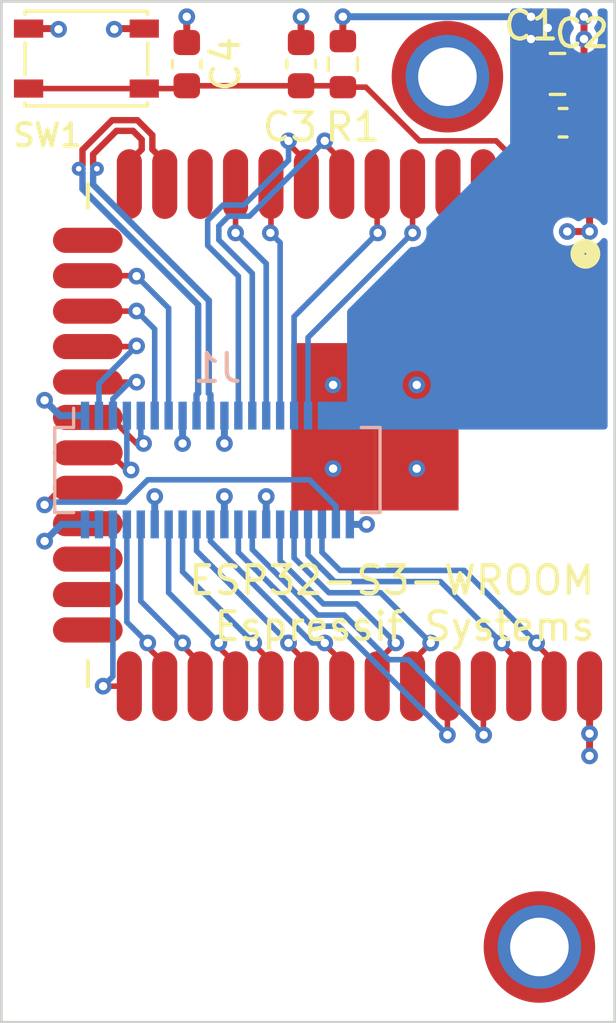
<source format=kicad_pcb>
(kicad_pcb (version 20171130) (host pcbnew "(5.1.9-0-10_14)")

  (general
    (thickness 1.6)
    (drawings 4)
    (tracks 278)
    (zones 0)
    (modules 10)
    (nets 40)
  )

  (page A4)
  (title_block
    (title "mikroPhone WiFi ESP32-S3 adapter")
    (date 2024-01-22)
    (rev 4.0)
  )

  (layers
    (0 F.Cu signal)
    (1 GND power)
    (2 PWR power)
    (31 B.Cu signal)
    (32 B.Adhes user)
    (33 F.Adhes user)
    (34 B.Paste user)
    (35 F.Paste user)
    (36 B.SilkS user hide)
    (37 F.SilkS user hide)
    (38 B.Mask user)
    (39 F.Mask user)
    (40 Dwgs.User user)
    (41 Cmts.User user)
    (42 Eco1.User user)
    (43 Eco2.User user)
    (44 Edge.Cuts user)
    (45 Margin user)
    (46 B.CrtYd user)
    (47 F.CrtYd user)
    (48 B.Fab user hide)
    (49 F.Fab user hide)
  )

  (setup
    (last_trace_width 0.2)
    (trace_clearance 0.2)
    (zone_clearance 0.2032)
    (zone_45_only no)
    (trace_min 0.09)
    (via_size 0.6)
    (via_drill 0.3)
    (via_min_size 0.46)
    (via_min_drill 0.2)
    (uvia_size 0.3)
    (uvia_drill 0.1)
    (uvias_allowed no)
    (uvia_min_size 0.2)
    (uvia_min_drill 0.1)
    (edge_width 0.1)
    (segment_width 0.2)
    (pcb_text_width 0.125)
    (pcb_text_size 0.5 0.5)
    (mod_edge_width 0.05)
    (mod_text_size 0.6 0.6)
    (mod_text_width 0.125)
    (pad_size 4 4)
    (pad_drill 2.1)
    (pad_to_mask_clearance 0)
    (aux_axis_origin 106 72)
    (grid_origin 106 72)
    (visible_elements FFFFF7FF)
    (pcbplotparams
      (layerselection 0x010fc_ffffffff)
      (usegerberextensions true)
      (usegerberattributes false)
      (usegerberadvancedattributes false)
      (creategerberjobfile false)
      (excludeedgelayer true)
      (linewidth 0.100000)
      (plotframeref false)
      (viasonmask false)
      (mode 1)
      (useauxorigin false)
      (hpglpennumber 1)
      (hpglpenspeed 20)
      (hpglpendiameter 15.000000)
      (psnegative false)
      (psa4output false)
      (plotreference true)
      (plotvalue true)
      (plotinvisibletext false)
      (padsonsilk false)
      (subtractmaskfromsilk true)
      (outputformat 1)
      (mirror false)
      (drillshape 0)
      (scaleselection 1)
      (outputdirectory "fab/"))
  )

  (net 0 "")
  (net 1 GND)
  (net 2 +3V3)
  (net 3 /ESP32_EN)
  (net 4 /PERST)
  (net 5 /IO27)
  (net 6 /IO26)
  (net 7 /USB_D_N)
  (net 8 /USB_D_P)
  (net 9 /UART2_RI)
  (net 10 /UART2_DTR)
  (net 11 /UART2_RXD)
  (net 12 /UART2_TXD)
  (net 13 /USB_MUX_S)
  (net 14 /WAKE)
  (net 15 /GPIO_22)
  (net 16 /GPIO_20)
  (net 17 /VSPI_SS0)
  (net 18 /VSPI_SCK)
  (net 19 /VSPI_MISO)
  (net 20 /VSPI_MOSI)
  (net 21 /UART0_RXD)
  (net 22 /UART0_TXD)
  (net 23 /PCM_SYNC)
  (net 24 /PCM_DO)
  (net 25 /PCM_DI)
  (net 26 /PCM_CLK)
  (net 27 /USB_MUX_EN)
  (net 28 "Net-(U1-Pad4)")
  (net 29 "Net-(U1-Pad5)")
  (net 30 "Net-(U1-Pad15)")
  (net 31 "Net-(U1-Pad26)")
  (net 32 "Net-(U1-Pad23)")
  (net 33 /FSPI_SS0)
  (net 34 /FSPI_MOSI)
  (net 35 /FSPI_MISO)
  (net 36 /FSPI_SCK)
  (net 37 "Net-(U1-Pad24)")
  (net 38 "Net-(U1-Pad25)")
  (net 39 "Net-(U1-Pad12)")

  (net_class Default "This is the default net class."
    (clearance 0.2)
    (trace_width 0.2)
    (via_dia 0.6)
    (via_drill 0.3)
    (uvia_dia 0.3)
    (uvia_drill 0.1)
    (add_net /ESP32_EN)
    (add_net /FSPI_MISO)
    (add_net /FSPI_MOSI)
    (add_net /FSPI_SCK)
    (add_net /FSPI_SS0)
    (add_net /GPIO_20)
    (add_net /GPIO_22)
    (add_net /IO26)
    (add_net /IO27)
    (add_net /PCM_CLK)
    (add_net /PCM_DI)
    (add_net /PCM_DO)
    (add_net /PCM_SYNC)
    (add_net /PERST)
    (add_net /UART0_RXD)
    (add_net /UART0_TXD)
    (add_net /UART2_DTR)
    (add_net /UART2_RI)
    (add_net /UART2_RXD)
    (add_net /UART2_TXD)
    (add_net /USB_MUX_EN)
    (add_net /USB_MUX_S)
    (add_net /VSPI_MISO)
    (add_net /VSPI_MOSI)
    (add_net /VSPI_SCK)
    (add_net /VSPI_SS0)
    (add_net /WAKE)
    (add_net "Net-(U1-Pad12)")
    (add_net "Net-(U1-Pad15)")
    (add_net "Net-(U1-Pad23)")
    (add_net "Net-(U1-Pad24)")
    (add_net "Net-(U1-Pad25)")
    (add_net "Net-(U1-Pad26)")
    (add_net "Net-(U1-Pad4)")
    (add_net "Net-(U1-Pad5)")
  )

  (net_class POWER ""
    (clearance 0.2)
    (trace_width 0.25)
    (via_dia 0.6)
    (via_drill 0.3)
    (uvia_dia 0.3)
    (uvia_drill 0.1)
    (add_net +3V3)
  )

  (net_class POWER_GND ""
    (clearance 0.1524)
    (trace_width 0.25)
    (via_dia 0.6)
    (via_drill 0.3)
    (uvia_dia 0.3)
    (uvia_drill 0.1)
    (add_net GND)
  )

  (net_class USB2 ""
    (clearance 0.1524)
    (trace_width 0.2288)
    (via_dia 0.5)
    (via_drill 0.2)
    (uvia_dia 0.3)
    (uvia_drill 0.1)
    (diff_pair_width 0.2288)
    (diff_pair_gap 0.1524)
    (add_net /USB_D_N)
    (add_net /USB_D_P)
  )

  (module footprints:Spacer_small (layer F.Cu) (tedit 61BFD32E) (tstamp 64EC8ED8)
    (at 122 74.7)
    (path /64EE975F)
    (fp_text reference J2 (at 0 2.8) (layer F.SilkS) hide
      (effects (font (size 1 1) (thickness 0.15)))
    )
    (fp_text value Spacer (at 0 -2.7) (layer F.Fab)
      (effects (font (size 1 1) (thickness 0.15)))
    )
    (pad 1 smd circle (at 0 0) (size 4 4) (layers F.Cu F.Mask)
      (net 1 GND))
    (pad 1 thru_hole circle (at 0 0) (size 3 3) (drill 2.1) (layers *.Cu *.Mask)
      (net 1 GND))
  )

  (module footprints:Spacer_small (layer F.Cu) (tedit 61BFD32E) (tstamp 64EC8EDE)
    (at 125.3 105.9)
    (path /64EEA09B)
    (fp_text reference J3 (at 0 2.8) (layer F.SilkS) hide
      (effects (font (size 1 1) (thickness 0.15)))
    )
    (fp_text value Spacer (at 0 -2.7) (layer F.Fab)
      (effects (font (size 1 1) (thickness 0.15)))
    )
    (pad 1 smd circle (at 0 0) (size 4 4) (layers F.Cu F.Mask)
      (net 1 GND))
    (pad 1 thru_hole circle (at 0 0) (size 3 3) (drill 2.1) (layers *.Cu *.Mask)
      (net 1 GND))
  )

  (module Connector_Molex:Molex_SlimStack_55560-0401_2x20_P0.50mm_Vertical (layer B.Cu) (tedit 64EC8225) (tstamp 64EC884B)
    (at 113.75 88.8 180)
    (descr "Molex SlimStack Fine-Pitch SMT Board-to-Board Connectors, 55560-0401, 40 Pins (http://www.molex.com/pdm_docs/sd/555600207_sd.pdf), generated with kicad-footprint-generator")
    (tags "connector Molex SlimStack side entry")
    (path /64F71377)
    (attr smd)
    (fp_text reference J1 (at 0 3.65) (layer B.SilkS)
      (effects (font (size 1 1) (thickness 0.15)) (justify mirror))
    )
    (fp_text value WiFi (at 0 -3.65) (layer B.Fab)
      (effects (font (size 1 1) (thickness 0.15)) (justify mirror))
    )
    (fp_line (start -6.22 2.95) (end 6.22 2.95) (layer B.CrtYd) (width 0.05))
    (fp_line (start -6.22 -2.95) (end -6.22 2.95) (layer B.CrtYd) (width 0.05))
    (fp_line (start 6.22 -2.95) (end -6.22 -2.95) (layer B.CrtYd) (width 0.05))
    (fp_line (start 6.22 2.95) (end 6.22 -2.95) (layer B.CrtYd) (width 0.05))
    (fp_line (start -5.835 1.525) (end -5.16 1.525) (layer B.SilkS) (width 0.12))
    (fp_line (start -5.835 -1.525) (end -5.835 1.525) (layer B.SilkS) (width 0.12))
    (fp_line (start -5.16 -1.525) (end -5.835 -1.525) (layer B.SilkS) (width 0.12))
    (fp_line (start 5.16 1.525) (end 5.16 2.215) (layer B.SilkS) (width 0.12))
    (fp_line (start 5.835 1.525) (end 5.16 1.525) (layer B.SilkS) (width 0.12))
    (fp_line (start 5.835 -1.525) (end 5.835 1.525) (layer B.SilkS) (width 0.12))
    (fp_line (start 5.16 -1.525) (end 5.835 -1.525) (layer B.SilkS) (width 0.12))
    (fp_line (start 5.16 1.525) (end 5.16 2.215) (layer B.Fab) (width 0.1))
    (fp_line (start -5.725 1.415) (end 5.725 1.415) (layer B.Fab) (width 0.1))
    (fp_line (start -5.725 -1.415) (end -5.725 1.415) (layer B.Fab) (width 0.1))
    (fp_line (start 5.725 -1.415) (end -5.725 -1.415) (layer B.Fab) (width 0.1))
    (fp_line (start 5.725 1.415) (end 5.725 -1.415) (layer B.Fab) (width 0.1))
    (fp_text user %R (at 0 0) (layer B.Fab)
      (effects (font (size 1 1) (thickness 0.15)) (justify mirror))
    )
    (pad 1 smd rect (at 4.75 1.95 180) (size 0.3 1) (layers B.Cu B.Paste B.Mask)
      (net 1 GND))
    (pad 3 smd rect (at 4.25 1.95 180) (size 0.3 1) (layers B.Cu B.Paste B.Mask)
      (net 33 /FSPI_SS0))
    (pad 5 smd rect (at 3.75 1.95 180) (size 0.3 1) (layers B.Cu B.Paste B.Mask)
      (net 34 /FSPI_MOSI))
    (pad 7 smd rect (at 3.25 1.95 180) (size 0.3 1) (layers B.Cu B.Paste B.Mask)
      (net 35 /FSPI_MISO))
    (pad 9 smd rect (at 2.75 1.95 180) (size 0.3 1) (layers B.Cu B.Paste B.Mask)
      (net 36 /FSPI_SCK))
    (pad 11 smd rect (at 2.25 1.95 180) (size 0.3 1) (layers B.Cu B.Paste B.Mask)
      (net 5 /IO27))
    (pad 13 smd rect (at 1.75 1.95 180) (size 0.3 1) (layers B.Cu B.Paste B.Mask)
      (net 6 /IO26))
    (pad 15 smd rect (at 1.25 1.95 180) (size 0.3 1) (layers B.Cu B.Paste B.Mask)
      (net 1 GND))
    (pad 17 smd rect (at 0.75 1.95 180) (size 0.3 1) (layers B.Cu B.Paste B.Mask)
      (net 7 /USB_D_N))
    (pad 19 smd rect (at 0.25 1.95 180) (size 0.3 1) (layers B.Cu B.Paste B.Mask)
      (net 8 /USB_D_P))
    (pad 21 smd rect (at -0.25 1.95 180) (size 0.3 1) (layers B.Cu B.Paste B.Mask)
      (net 1 GND))
    (pad 23 smd rect (at -0.75 1.95 180) (size 0.3 1) (layers B.Cu B.Paste B.Mask)
      (net 9 /UART2_RI))
    (pad 25 smd rect (at -1.25 1.95 180) (size 0.3 1) (layers B.Cu B.Paste B.Mask)
      (net 10 /UART2_DTR))
    (pad 27 smd rect (at -1.75 1.95 180) (size 0.3 1) (layers B.Cu B.Paste B.Mask)
      (net 11 /UART2_RXD))
    (pad 29 smd rect (at -2.25 1.95 180) (size 0.3 1) (layers B.Cu B.Paste B.Mask)
      (net 12 /UART2_TXD))
    (pad 31 smd rect (at -2.75 1.95 180) (size 0.3 1) (layers B.Cu B.Paste B.Mask)
      (net 27 /USB_MUX_EN))
    (pad 33 smd rect (at -3.25 1.95 180) (size 0.3 1) (layers B.Cu B.Paste B.Mask)
      (net 4 /PERST))
    (pad 35 smd rect (at -3.75 1.95 180) (size 0.3 1) (layers B.Cu B.Paste B.Mask)
      (net 2 +3V3))
    (pad 37 smd rect (at -4.25 1.95 180) (size 0.3 1) (layers B.Cu B.Paste B.Mask)
      (net 2 +3V3))
    (pad 39 smd rect (at -4.75 1.95 180) (size 0.3 1) (layers B.Cu B.Paste B.Mask)
      (net 2 +3V3))
    (pad 2 smd rect (at 4.75 -1.95 180) (size 0.3 1) (layers B.Cu B.Paste B.Mask)
      (net 1 GND))
    (pad 4 smd rect (at 4.25 -1.95 180) (size 0.3 1) (layers B.Cu B.Paste B.Mask)
      (net 1 GND))
    (pad 6 smd rect (at 3.75 -1.95 180) (size 0.3 1) (layers B.Cu B.Paste B.Mask)
      (net 14 /WAKE))
    (pad 8 smd rect (at 3.25 -1.95 180) (size 0.3 1) (layers B.Cu B.Paste B.Mask)
      (net 15 /GPIO_22))
    (pad 10 smd rect (at 2.75 -1.95 180) (size 0.3 1) (layers B.Cu B.Paste B.Mask)
      (net 16 /GPIO_20))
    (pad 12 smd rect (at 2.25 -1.95 180) (size 0.3 1) (layers B.Cu B.Paste B.Mask)
      (net 1 GND))
    (pad 14 smd rect (at 1.75 -1.95 180) (size 0.3 1) (layers B.Cu B.Paste B.Mask)
      (net 17 /VSPI_SS0))
    (pad 16 smd rect (at 1.25 -1.95 180) (size 0.3 1) (layers B.Cu B.Paste B.Mask)
      (net 18 /VSPI_SCK))
    (pad 18 smd rect (at 0.75 -1.95 180) (size 0.3 1) (layers B.Cu B.Paste B.Mask)
      (net 19 /VSPI_MISO))
    (pad 20 smd rect (at 0.25 -1.95 180) (size 0.3 1) (layers B.Cu B.Paste B.Mask)
      (net 20 /VSPI_MOSI))
    (pad 22 smd rect (at -0.25 -1.95 180) (size 0.3 1) (layers B.Cu B.Paste B.Mask)
      (net 1 GND))
    (pad 24 smd rect (at -0.75 -1.95 180) (size 0.3 1) (layers B.Cu B.Paste B.Mask)
      (net 21 /UART0_RXD))
    (pad 26 smd rect (at -1.25 -1.95 180) (size 0.3 1) (layers B.Cu B.Paste B.Mask)
      (net 22 /UART0_TXD))
    (pad 28 smd rect (at -1.75 -1.95 180) (size 0.3 1) (layers B.Cu B.Paste B.Mask)
      (net 1 GND))
    (pad 30 smd rect (at -2.25 -1.95 180) (size 0.3 1) (layers B.Cu B.Paste B.Mask)
      (net 23 /PCM_SYNC))
    (pad 32 smd rect (at -2.75 -1.95 180) (size 0.3 1) (layers B.Cu B.Paste B.Mask)
      (net 24 /PCM_DO))
    (pad 34 smd rect (at -3.25 -1.95 180) (size 0.3 1) (layers B.Cu B.Paste B.Mask)
      (net 25 /PCM_DI))
    (pad 36 smd rect (at -3.75 -1.95 180) (size 0.3 1) (layers B.Cu B.Paste B.Mask)
      (net 26 /PCM_CLK))
    (pad 38 smd rect (at -4.25 -1.95 180) (size 0.3 1) (layers B.Cu B.Paste B.Mask)
      (net 13 /USB_MUX_S))
    (pad 40 smd rect (at -4.75 -1.95 180) (size 0.3 1) (layers B.Cu B.Paste B.Mask)
      (net 1 GND))
    (model ${KISYS3DMOD}/Connector_Molex.3dshapes/Molex_SlimStack_55560-0401_2x20_P0.50mm_Vertical.wrl
      (at (xyz 0 0 0))
      (scale (xyz 1 1 1))
      (rotate (xyz 0 0 0))
    )
  )

  (module Capacitor_SMD:C_0603_1608Metric (layer F.Cu) (tedit 5F68FEEE) (tstamp 5FCA89B4)
    (at 126.15 76.35)
    (descr "Capacitor SMD 0603 (1608 Metric), square (rectangular) end terminal, IPC_7351 nominal, (Body size source: IPC-SM-782 page 76, https://www.pcb-3d.com/wordpress/wp-content/uploads/ipc-sm-782a_amendment_1_and_2.pdf), generated with kicad-footprint-generator")
    (tags capacitor)
    (path /5C506C38)
    (attr smd)
    (fp_text reference C2 (at 0.675 -3.2) (layer F.SilkS)
      (effects (font (size 1 1) (thickness 0.15)))
    )
    (fp_text value 0.1uF (at 4 0.05) (layer F.Fab)
      (effects (font (size 1 1) (thickness 0.15)))
    )
    (fp_line (start -0.8 0.4) (end -0.8 -0.4) (layer F.Fab) (width 0.1))
    (fp_line (start -0.8 -0.4) (end 0.8 -0.4) (layer F.Fab) (width 0.1))
    (fp_line (start 0.8 -0.4) (end 0.8 0.4) (layer F.Fab) (width 0.1))
    (fp_line (start 0.8 0.4) (end -0.8 0.4) (layer F.Fab) (width 0.1))
    (fp_line (start -0.14058 -0.51) (end 0.14058 -0.51) (layer F.SilkS) (width 0.12))
    (fp_line (start -0.14058 0.51) (end 0.14058 0.51) (layer F.SilkS) (width 0.12))
    (fp_line (start -1.48 0.73) (end -1.48 -0.73) (layer F.CrtYd) (width 0.05))
    (fp_line (start -1.48 -0.73) (end 1.48 -0.73) (layer F.CrtYd) (width 0.05))
    (fp_line (start 1.48 -0.73) (end 1.48 0.73) (layer F.CrtYd) (width 0.05))
    (fp_line (start 1.48 0.73) (end -1.48 0.73) (layer F.CrtYd) (width 0.05))
    (fp_text user %R (at 0 0) (layer F.Fab)
      (effects (font (size 0.4 0.4) (thickness 0.06)))
    )
    (pad 2 smd roundrect (at 0.775 0) (size 0.9 0.95) (layers F.Cu F.Paste F.Mask) (roundrect_rratio 0.25)
      (net 1 GND))
    (pad 1 smd roundrect (at -0.775 0) (size 0.9 0.95) (layers F.Cu F.Paste F.Mask) (roundrect_rratio 0.25)
      (net 2 +3V3))
    (model ${KISYS3DMOD}/Capacitor_SMD.3dshapes/C_0603_1608Metric.wrl
      (at (xyz 0 0 0))
      (scale (xyz 1 1 1))
      (rotate (xyz 0 0 0))
    )
  )

  (module Capacitor_SMD:C_0603_1608Metric (layer F.Cu) (tedit 5F68FEEE) (tstamp 5CB63157)
    (at 116.75 74.25 90)
    (descr "Capacitor SMD 0603 (1608 Metric), square (rectangular) end terminal, IPC_7351 nominal, (Body size source: IPC-SM-782 page 76, https://www.pcb-3d.com/wordpress/wp-content/uploads/ipc-sm-782a_amendment_1_and_2.pdf), generated with kicad-footprint-generator")
    (tags capacitor)
    (path /5C506CD9)
    (attr smd)
    (fp_text reference C3 (at -2.25 -0.4) (layer F.SilkS)
      (effects (font (size 1 1) (thickness 0.15)))
    )
    (fp_text value 10uF (at -3.8 0 270) (layer F.Fab)
      (effects (font (size 1 1) (thickness 0.15)))
    )
    (fp_line (start -0.8 0.4) (end -0.8 -0.4) (layer F.Fab) (width 0.1))
    (fp_line (start -0.8 -0.4) (end 0.8 -0.4) (layer F.Fab) (width 0.1))
    (fp_line (start 0.8 -0.4) (end 0.8 0.4) (layer F.Fab) (width 0.1))
    (fp_line (start 0.8 0.4) (end -0.8 0.4) (layer F.Fab) (width 0.1))
    (fp_line (start -0.14058 -0.51) (end 0.14058 -0.51) (layer F.SilkS) (width 0.12))
    (fp_line (start -0.14058 0.51) (end 0.14058 0.51) (layer F.SilkS) (width 0.12))
    (fp_line (start -1.48 0.73) (end -1.48 -0.73) (layer F.CrtYd) (width 0.05))
    (fp_line (start -1.48 -0.73) (end 1.48 -0.73) (layer F.CrtYd) (width 0.05))
    (fp_line (start 1.48 -0.73) (end 1.48 0.73) (layer F.CrtYd) (width 0.05))
    (fp_line (start 1.48 0.73) (end -1.48 0.73) (layer F.CrtYd) (width 0.05))
    (fp_text user %R (at 0 0 270) (layer F.Fab)
      (effects (font (size 0.4 0.4) (thickness 0.06)))
    )
    (pad 2 smd roundrect (at 0.775 0 90) (size 0.9 0.95) (layers F.Cu F.Paste F.Mask) (roundrect_rratio 0.25)
      (net 1 GND))
    (pad 1 smd roundrect (at -0.775 0 90) (size 0.9 0.95) (layers F.Cu F.Paste F.Mask) (roundrect_rratio 0.25)
      (net 3 /ESP32_EN))
    (model ${KISYS3DMOD}/Capacitor_SMD.3dshapes/C_0603_1608Metric.wrl
      (at (xyz 0 0 0))
      (scale (xyz 1 1 1))
      (rotate (xyz 0 0 0))
    )
  )

  (module Resistor_SMD:R_0603_1608Metric (layer F.Cu) (tedit 5F68FEEE) (tstamp 5CB637A1)
    (at 118.25 74.25 270)
    (descr "Resistor SMD 0603 (1608 Metric), square (rectangular) end terminal, IPC_7351 nominal, (Body size source: IPC-SM-782 page 72, https://www.pcb-3d.com/wordpress/wp-content/uploads/ipc-sm-782a_amendment_1_and_2.pdf), generated with kicad-footprint-generator")
    (tags resistor)
    (path /5C506D6E)
    (attr smd)
    (fp_text reference R1 (at 2.25 -0.35 180) (layer F.SilkS)
      (effects (font (size 1 1) (thickness 0.15)))
    )
    (fp_text value 10K (at 4.35 0 270) (layer F.Fab)
      (effects (font (size 1 1) (thickness 0.15)))
    )
    (fp_line (start -0.8 0.4125) (end -0.8 -0.4125) (layer F.Fab) (width 0.1))
    (fp_line (start -0.8 -0.4125) (end 0.8 -0.4125) (layer F.Fab) (width 0.1))
    (fp_line (start 0.8 -0.4125) (end 0.8 0.4125) (layer F.Fab) (width 0.1))
    (fp_line (start 0.8 0.4125) (end -0.8 0.4125) (layer F.Fab) (width 0.1))
    (fp_line (start -0.237258 -0.5225) (end 0.237258 -0.5225) (layer F.SilkS) (width 0.12))
    (fp_line (start -0.237258 0.5225) (end 0.237258 0.5225) (layer F.SilkS) (width 0.12))
    (fp_line (start -1.48 0.73) (end -1.48 -0.73) (layer F.CrtYd) (width 0.05))
    (fp_line (start -1.48 -0.73) (end 1.48 -0.73) (layer F.CrtYd) (width 0.05))
    (fp_line (start 1.48 -0.73) (end 1.48 0.73) (layer F.CrtYd) (width 0.05))
    (fp_line (start 1.48 0.73) (end -1.48 0.73) (layer F.CrtYd) (width 0.05))
    (fp_text user %R (at 0 0 270) (layer F.Fab)
      (effects (font (size 0.4 0.4) (thickness 0.06)))
    )
    (pad 2 smd roundrect (at 0.825 0 270) (size 0.8 0.95) (layers F.Cu F.Paste F.Mask) (roundrect_rratio 0.25)
      (net 3 /ESP32_EN))
    (pad 1 smd roundrect (at -0.825 0 270) (size 0.8 0.95) (layers F.Cu F.Paste F.Mask) (roundrect_rratio 0.25)
      (net 2 +3V3))
    (model ${KISYS3DMOD}/Resistor_SMD.3dshapes/R_0603_1608Metric.wrl
      (at (xyz 0 0 0))
      (scale (xyz 1 1 1))
      (rotate (xyz 0 0 0))
    )
  )

  (module Button_Switch_SMD:SW_SPST_PTS810 (layer F.Cu) (tedit 5B0610A8) (tstamp 60002A5B)
    (at 109.05 74.05 180)
    (descr "C&K Components, PTS 810 Series, Microminiature SMT Top Actuated, http://www.ckswitches.com/media/1476/pts810.pdf")
    (tags "SPST Button Switch")
    (path /5CC8732C)
    (attr smd)
    (fp_text reference SW1 (at 1.4 -2.75 180) (layer F.SilkS)
      (effects (font (size 0.8 0.8) (thickness 0.15)))
    )
    (fp_text value ESP32_RST (at -1.3 3.25) (layer F.Fab)
      (effects (font (size 1 1) (thickness 0.15)))
    )
    (fp_line (start -2.85 -1.85) (end 2.85 -1.85) (layer F.CrtYd) (width 0.05))
    (fp_line (start -2.85 1.85) (end -2.85 -1.85) (layer F.CrtYd) (width 0.05))
    (fp_line (start 2.85 1.85) (end -2.85 1.85) (layer F.CrtYd) (width 0.05))
    (fp_line (start 2.85 -1.85) (end 2.85 1.85) (layer F.CrtYd) (width 0.05))
    (fp_line (start 2.2 -1.58) (end 2.2 -1.7) (layer F.SilkS) (width 0.12))
    (fp_line (start 2.2 0.57) (end 2.2 -0.57) (layer F.SilkS) (width 0.12))
    (fp_line (start 2.2 1.7) (end 2.2 1.58) (layer F.SilkS) (width 0.12))
    (fp_line (start -2.2 1.7) (end 2.2 1.7) (layer F.SilkS) (width 0.12))
    (fp_line (start -2.2 1.58) (end -2.2 1.7) (layer F.SilkS) (width 0.12))
    (fp_line (start -2.2 -0.57) (end -2.2 0.57) (layer F.SilkS) (width 0.12))
    (fp_line (start -2.2 -1.7) (end -2.2 -1.58) (layer F.SilkS) (width 0.12))
    (fp_line (start 2.2 -1.7) (end -2.2 -1.7) (layer F.SilkS) (width 0.12))
    (fp_line (start 0.4 1.1) (end -0.4 1.1) (layer F.Fab) (width 0.1))
    (fp_line (start -0.4 -1.1) (end 0.4 -1.1) (layer F.Fab) (width 0.1))
    (fp_line (start -2.1 1.6) (end 2.1 1.6) (layer F.Fab) (width 0.1))
    (fp_line (start -2.1 -1.6) (end -2.1 1.6) (layer F.Fab) (width 0.1))
    (fp_line (start 2.1 -1.6) (end -2.1 -1.6) (layer F.Fab) (width 0.1))
    (fp_line (start 2.1 1.6) (end 2.1 -1.6) (layer F.Fab) (width 0.1))
    (fp_arc (start 0.4 0) (end 0.4 -1.1) (angle 180) (layer F.Fab) (width 0.1))
    (fp_arc (start -0.4 0) (end -0.4 1.1) (angle 180) (layer F.Fab) (width 0.1))
    (fp_text user %R (at 0 0) (layer F.Fab)
      (effects (font (size 0.6 0.6) (thickness 0.09)))
    )
    (pad 2 smd rect (at 2.075 1.075 180) (size 1.05 0.65) (layers F.Cu F.Paste F.Mask)
      (net 1 GND))
    (pad 2 smd rect (at -2.075 1.075 180) (size 1.05 0.65) (layers F.Cu F.Paste F.Mask)
      (net 1 GND))
    (pad 1 smd rect (at 2.075 -1.075 180) (size 1.05 0.65) (layers F.Cu F.Paste F.Mask)
      (net 3 /ESP32_EN))
    (pad 1 smd rect (at -2.075 -1.075 180) (size 1.05 0.65) (layers F.Cu F.Paste F.Mask)
      (net 3 /ESP32_EN))
    (model ${KISYS3DMOD}/Button_Switch_SMD.3dshapes/SW_SPST_PTS810.wrl
      (at (xyz 0 0 0))
      (scale (xyz 1 1 1))
      (rotate (xyz 0 0 0))
    )
  )

  (module Capacitor_SMD:C_0805_2012Metric (layer F.Cu) (tedit 5F68FEEE) (tstamp 64ECA4D4)
    (at 125.95 74.6)
    (descr "Capacitor SMD 0805 (2012 Metric), square (rectangular) end terminal, IPC_7351 nominal, (Body size source: IPC-SM-782 page 76, https://www.pcb-3d.com/wordpress/wp-content/uploads/ipc-sm-782a_amendment_1_and_2.pdf, https://docs.google.com/spreadsheets/d/1BsfQQcO9C6DZCsRaXUlFlo91Tg2WpOkGARC1WS5S8t0/edit?usp=sharing), generated with kicad-footprint-generator")
    (tags capacitor)
    (path /5C506C85)
    (attr smd)
    (fp_text reference C1 (at -0.95 -1.725) (layer F.SilkS)
      (effects (font (size 1 1) (thickness 0.15)))
    )
    (fp_text value 22uF (at 3.65 0) (layer F.Fab)
      (effects (font (size 1 1) (thickness 0.15)))
    )
    (fp_line (start -1 0.625) (end -1 -0.625) (layer F.Fab) (width 0.1))
    (fp_line (start -1 -0.625) (end 1 -0.625) (layer F.Fab) (width 0.1))
    (fp_line (start 1 -0.625) (end 1 0.625) (layer F.Fab) (width 0.1))
    (fp_line (start 1 0.625) (end -1 0.625) (layer F.Fab) (width 0.1))
    (fp_line (start -0.261252 -0.735) (end 0.261252 -0.735) (layer F.SilkS) (width 0.12))
    (fp_line (start -0.261252 0.735) (end 0.261252 0.735) (layer F.SilkS) (width 0.12))
    (fp_line (start -1.7 0.98) (end -1.7 -0.98) (layer F.CrtYd) (width 0.05))
    (fp_line (start -1.7 -0.98) (end 1.7 -0.98) (layer F.CrtYd) (width 0.05))
    (fp_line (start 1.7 -0.98) (end 1.7 0.98) (layer F.CrtYd) (width 0.05))
    (fp_line (start 1.7 0.98) (end -1.7 0.98) (layer F.CrtYd) (width 0.05))
    (fp_text user %R (at 0 0) (layer F.Fab)
      (effects (font (size 0.5 0.5) (thickness 0.08)))
    )
    (pad 2 smd roundrect (at 0.95 0) (size 1 1.45) (layers F.Cu F.Paste F.Mask) (roundrect_rratio 0.25)
      (net 1 GND))
    (pad 1 smd roundrect (at -0.95 0) (size 1 1.45) (layers F.Cu F.Paste F.Mask) (roundrect_rratio 0.25)
      (net 2 +3V3))
    (model ${KISYS3DMOD}/Capacitor_SMD.3dshapes/C_0805_2012Metric.wrl
      (at (xyz 0 0 0))
      (scale (xyz 1 1 1))
      (rotate (xyz 0 0 0))
    )
  )

  (module Capacitor_SMD:C_0603_1608Metric (layer F.Cu) (tedit 5F68FEEE) (tstamp 600E250D)
    (at 112.65 74.25 90)
    (descr "Capacitor SMD 0603 (1608 Metric), square (rectangular) end terminal, IPC_7351 nominal, (Body size source: IPC-SM-782 page 76, https://www.pcb-3d.com/wordpress/wp-content/uploads/ipc-sm-782a_amendment_1_and_2.pdf), generated with kicad-footprint-generator")
    (tags capacitor)
    (path /62863E5F)
    (attr smd)
    (fp_text reference C4 (at 0 1.4 90) (layer F.SilkS)
      (effects (font (size 1 1) (thickness 0.15)))
    )
    (fp_text value 0.1uF (at -3.55 0 90) (layer F.Fab)
      (effects (font (size 1 1) (thickness 0.15)))
    )
    (fp_line (start -0.8 0.4) (end -0.8 -0.4) (layer F.Fab) (width 0.1))
    (fp_line (start -0.8 -0.4) (end 0.8 -0.4) (layer F.Fab) (width 0.1))
    (fp_line (start 0.8 -0.4) (end 0.8 0.4) (layer F.Fab) (width 0.1))
    (fp_line (start 0.8 0.4) (end -0.8 0.4) (layer F.Fab) (width 0.1))
    (fp_line (start -0.14058 -0.51) (end 0.14058 -0.51) (layer F.SilkS) (width 0.12))
    (fp_line (start -0.14058 0.51) (end 0.14058 0.51) (layer F.SilkS) (width 0.12))
    (fp_line (start -1.48 0.73) (end -1.48 -0.73) (layer F.CrtYd) (width 0.05))
    (fp_line (start -1.48 -0.73) (end 1.48 -0.73) (layer F.CrtYd) (width 0.05))
    (fp_line (start 1.48 -0.73) (end 1.48 0.73) (layer F.CrtYd) (width 0.05))
    (fp_line (start 1.48 0.73) (end -1.48 0.73) (layer F.CrtYd) (width 0.05))
    (fp_text user %R (at 0 0 90) (layer F.Fab)
      (effects (font (size 0.4 0.4) (thickness 0.06)))
    )
    (pad 2 smd roundrect (at 0.775 0 90) (size 0.9 0.95) (layers F.Cu F.Paste F.Mask) (roundrect_rratio 0.25)
      (net 1 GND))
    (pad 1 smd roundrect (at -0.775 0 90) (size 0.9 0.95) (layers F.Cu F.Paste F.Mask) (roundrect_rratio 0.25)
      (net 3 /ESP32_EN))
    (model ${KISYS3DMOD}/Capacitor_SMD.3dshapes/C_0603_1608Metric.wrl
      (at (xyz 0 0 0))
      (scale (xyz 1 1 1))
      (rotate (xyz 0 0 0))
    )
  )

  (module footprints:Espressif_ESP32-S3-WROOM (layer F.Cu) (tedit 64EDAF0D) (tstamp 64EE2084)
    (at 121.85 87.55 90)
    (path /64EF63CC)
    (fp_text reference U1 (at 0 7.4 90) (layer F.SilkS)
      (effects (font (size 1 1) (thickness 0.15)))
    )
    (fp_text value ESP32-S3-WROOM (at 0 8.85 90) (layer F.Fab)
      (effects (font (size 1 1) (thickness 0.15)))
    )
    (fp_line (start 9 -12.75) (end 8.15 -12.75) (layer F.SilkS) (width 0.15))
    (fp_circle (center 6.5 5.1) (end 6.627 5.354) (layer F.SilkS) (width 0.5))
    (fp_line (start -9 -12.75) (end -8.1 -12.75) (layer F.SilkS) (width 0.15))
    (fp_text user ESP32-S3-WROOM (at -5.207 -1.85) (layer F.SilkS)
      (effects (font (size 1 1) (thickness 0.15)))
    )
    (fp_text user "Espressif Systems" (at -6.858 -1.389) (layer F.SilkS)
      (effects (font (size 1 1) (thickness 0.15)))
    )
    (pad 41 smd rect (at -1.2 -0.95 90) (size 3 3) (layers F.Cu F.Paste F.Mask)
      (net 1 GND) (solder_paste_margin -0.2))
    (pad 41 smd rect (at 1.8 -0.95 90) (size 3 3) (layers F.Cu F.Paste F.Mask)
      (net 1 GND) (solder_paste_margin -0.2))
    (pad 41 smd rect (at 1.8 -3.95 90) (size 3 3) (layers F.Cu F.Paste F.Mask)
      (net 1 GND) (solder_paste_margin -0.2))
    (pad 41 smd rect (at -1.2 -3.95 90) (size 3 3) (layers F.Cu F.Paste F.Mask)
      (net 1 GND) (solder_paste_margin -0.2))
    (pad 1 smd oval (at 9 5.25 90) (size 2.5 0.9) (layers F.Cu F.Paste F.Mask)
      (net 1 GND))
    (pad 2 smd oval (at 9 3.98 90) (size 2.5 0.9) (layers F.Cu F.Paste F.Mask)
      (net 2 +3V3))
    (pad 3 smd oval (at 9 2.71 90) (size 2.5 0.9) (layers F.Cu F.Paste F.Mask)
      (net 3 /ESP32_EN))
    (pad 4 smd oval (at 9 1.44 90) (size 2.5 0.9) (layers F.Cu F.Paste F.Mask)
      (net 28 "Net-(U1-Pad4)"))
    (pad 5 smd oval (at 9 0.17 90) (size 2.5 0.9) (layers F.Cu F.Paste F.Mask)
      (net 29 "Net-(U1-Pad5)"))
    (pad 6 smd oval (at 9 -1.1 90) (size 2.5 0.9) (layers F.Cu F.Paste F.Mask)
      (net 4 /PERST))
    (pad 7 smd oval (at 9 -2.37 90) (size 2.5 0.9) (layers F.Cu F.Paste F.Mask)
      (net 27 /USB_MUX_EN))
    (pad 8 smd oval (at 9 -3.64 90) (size 2.5 0.9) (layers F.Cu F.Paste F.Mask)
      (net 10 /UART2_DTR))
    (pad 9 smd oval (at 9 -4.91 90) (size 2.5 0.9) (layers F.Cu F.Paste F.Mask)
      (net 9 /UART2_RI))
    (pad 10 smd oval (at 9 -6.18 90) (size 2.5 0.9) (layers F.Cu F.Paste F.Mask)
      (net 12 /UART2_TXD))
    (pad 11 smd oval (at 9 -7.45 90) (size 2.5 0.9) (layers F.Cu F.Paste F.Mask)
      (net 11 /UART2_RXD))
    (pad 12 smd oval (at 9 -8.72 90) (size 2.5 0.9) (layers F.Cu F.Paste F.Mask)
      (net 39 "Net-(U1-Pad12)"))
    (pad 13 smd oval (at 9 -9.99 90) (size 2.5 0.9) (layers F.Cu F.Paste F.Mask)
      (net 7 /USB_D_N))
    (pad 14 smd oval (at 9 -11.26 90) (size 2.5 0.9) (layers F.Cu F.Paste F.Mask)
      (net 8 /USB_D_P))
    (pad 15 smd oval (at 6.985 -12.75 90) (size 0.9 2.5) (layers F.Cu F.Paste F.Mask)
      (net 30 "Net-(U1-Pad15)"))
    (pad 16 smd oval (at 5.715 -12.75 90) (size 0.9 2.5) (layers F.Cu F.Paste F.Mask)
      (net 6 /IO26))
    (pad 17 smd oval (at 4.445 -12.75 90) (size 0.9 2.5) (layers F.Cu F.Paste F.Mask)
      (net 5 /IO27))
    (pad 18 smd oval (at 3.175 -12.75 90) (size 0.9 2.5) (layers F.Cu F.Paste F.Mask)
      (net 33 /FSPI_SS0))
    (pad 19 smd oval (at 1.905 -12.75 90) (size 0.9 2.5) (layers F.Cu F.Paste F.Mask)
      (net 34 /FSPI_MOSI))
    (pad 20 smd oval (at 0.635 -12.75 90) (size 0.9 2.5) (layers F.Cu F.Paste F.Mask)
      (net 36 /FSPI_SCK))
    (pad 21 smd oval (at -0.635 -12.75 90) (size 0.9 2.5) (layers F.Cu F.Paste F.Mask)
      (net 35 /FSPI_MISO))
    (pad 22 smd oval (at -1.905 -12.75 90) (size 0.9 2.5) (layers F.Cu F.Paste F.Mask)
      (net 13 /USB_MUX_S))
    (pad 23 smd oval (at -3.175 -12.75 90) (size 0.9 2.5) (layers F.Cu F.Paste F.Mask)
      (net 32 "Net-(U1-Pad23)"))
    (pad 24 smd oval (at -4.445 -12.75 90) (size 0.9 2.5) (layers F.Cu F.Paste F.Mask)
      (net 37 "Net-(U1-Pad24)"))
    (pad 27 smd oval (at -9 -11.26 90) (size 2.5 0.9) (layers F.Cu F.Paste F.Mask)
      (net 14 /WAKE))
    (pad 28 smd oval (at -9 -9.99 90) (size 2.5 0.9) (layers F.Cu F.Paste F.Mask)
      (net 15 /GPIO_22))
    (pad 29 smd oval (at -9 -8.72 90) (size 2.5 0.9) (layers F.Cu F.Paste F.Mask)
      (net 16 /GPIO_20))
    (pad 30 smd oval (at -9 -7.45 90) (size 2.5 0.9) (layers F.Cu F.Paste F.Mask)
      (net 17 /VSPI_SS0))
    (pad 31 smd oval (at -9 -6.18 90) (size 2.5 0.9) (layers F.Cu F.Paste F.Mask)
      (net 18 /VSPI_SCK))
    (pad 32 smd oval (at -9 -4.91 90) (size 2.5 0.9) (layers F.Cu F.Paste F.Mask)
      (net 19 /VSPI_MISO))
    (pad 33 smd oval (at -9 -3.64 90) (size 2.5 0.9) (layers F.Cu F.Paste F.Mask)
      (net 20 /VSPI_MOSI))
    (pad 34 smd oval (at -9 -2.37 90) (size 2.5 0.9) (layers F.Cu F.Paste F.Mask)
      (net 23 /PCM_SYNC))
    (pad 35 smd oval (at -9 -1.1 90) (size 2.5 0.9) (layers F.Cu F.Paste F.Mask)
      (net 24 /PCM_DO))
    (pad 36 smd oval (at -9 0.17 90) (size 2.5 0.9) (layers F.Cu F.Paste F.Mask)
      (net 21 /UART0_RXD))
    (pad 37 smd oval (at -9 1.44 90) (size 2.5 0.9) (layers F.Cu F.Paste F.Mask)
      (net 22 /UART0_TXD))
    (pad 38 smd oval (at -9 2.71 90) (size 2.5 0.9) (layers F.Cu F.Paste F.Mask)
      (net 25 /PCM_DI))
    (pad 39 smd oval (at -9 3.98 90) (size 2.5 0.9) (layers F.Cu F.Paste F.Mask)
      (net 26 /PCM_CLK))
    (pad 40 smd oval (at -9 5.25 90) (size 2.5 0.9) (layers F.Cu F.Paste F.Mask)
      (net 1 GND))
    (pad 25 smd oval (at -5.715 -12.75 90) (size 0.9 2.5) (layers F.Cu F.Paste F.Mask)
      (net 38 "Net-(U1-Pad25)"))
    (pad 26 smd oval (at -6.985 -12.75 90) (size 0.9 2.5) (layers F.Cu F.Paste F.Mask)
      (net 31 "Net-(U1-Pad26)"))
  )

  (gr_line (start 106 72) (end 128 72) (layer Edge.Cuts) (width 0.1) (tstamp 64EC8F40))
  (gr_line (start 106 108.6) (end 106 72) (layer Edge.Cuts) (width 0.1))
  (gr_line (start 128 108.6) (end 106 108.6) (layer Edge.Cuts) (width 0.1))
  (gr_line (start 128 108.6) (end 128 72) (layer Edge.Cuts) (width 0.1))

  (via (at 110.05 73) (size 0.6) (drill 0.3) (layers F.Cu B.Cu) (net 1))
  (segment (start 108.025 72.975) (end 108.05 73) (width 0.25) (layer F.Cu) (net 1))
  (via (at 108.05 73) (size 0.6) (drill 0.3) (layers F.Cu B.Cu) (net 1))
  (segment (start 107.025 72.975) (end 108.025 72.975) (width 0.25) (layer F.Cu) (net 1))
  (segment (start 110.075 72.975) (end 110.05 73) (width 0.25) (layer F.Cu) (net 1))
  (segment (start 111.125 72.975) (end 110.075 72.975) (width 0.25) (layer F.Cu) (net 1))
  (via (at 117.9 88.75) (size 0.6) (drill 0.3) (layers F.Cu B.Cu) (net 1))
  (via (at 120.9 88.75) (size 0.6) (drill 0.3) (layers F.Cu B.Cu) (net 1))
  (via (at 120.9 85.75) (size 0.6) (drill 0.3) (layers F.Cu B.Cu) (net 1))
  (via (at 117.9 85.75) (size 0.6) (drill 0.3) (layers F.Cu B.Cu) (net 1))
  (segment (start 127.1 76.525) (end 127.1 78.55) (width 0.6) (layer F.Cu) (net 1))
  (segment (start 126.925 76.35) (end 127.1 76.525) (width 0.6) (layer F.Cu) (net 1))
  (segment (start 126.925 74.625) (end 126.925 76.35) (width 0.6) (layer F.Cu) (net 1))
  (segment (start 126.9 74.6) (end 126.925 74.625) (width 0.6) (layer F.Cu) (net 1))
  (via (at 112.65 72.55) (size 0.6) (drill 0.3) (layers F.Cu B.Cu) (net 1))
  (segment (start 112.65 73.475) (end 112.65 72.55) (width 0.25) (layer F.Cu) (net 1))
  (via (at 116.75 72.55) (size 0.6) (drill 0.3) (layers F.Cu B.Cu) (net 1))
  (segment (start 116.75 73.475) (end 116.75 72.55) (width 0.25) (layer F.Cu) (net 1))
  (via (at 112.5 87.85) (size 0.6) (drill 0.3) (layers F.Cu B.Cu) (net 1))
  (segment (start 112.5 86.85) (end 112.5 87.85) (width 0.25) (layer B.Cu) (net 1))
  (via (at 114 87.85) (size 0.6) (drill 0.3) (layers F.Cu B.Cu) (net 1))
  (segment (start 114 86.85) (end 114 87.85) (width 0.25) (layer B.Cu) (net 1))
  (via (at 127.1 98.25) (size 0.6) (drill 0.3) (layers F.Cu B.Cu) (net 1))
  (segment (start 127.1 96.55) (end 127.1 98.25) (width 0.25) (layer F.Cu) (net 1))
  (via (at 127.1 80.25) (size 0.6) (drill 0.3) (layers F.Cu B.Cu) (net 1))
  (segment (start 127.1 78.55) (end 127.1 80.25) (width 0.25) (layer F.Cu) (net 1))
  (via (at 126.9 72.55) (size 0.6) (drill 0.3) (layers F.Cu B.Cu) (net 1))
  (via (at 126.9 73.35) (size 0.6) (drill 0.3) (layers F.Cu B.Cu) (net 1))
  (segment (start 126.9 72.55) (end 126.9 73.35) (width 0.25) (layer F.Cu) (net 1))
  (segment (start 126.9 73.35) (end 126.9 74.6) (width 0.25) (layer F.Cu) (net 1))
  (via (at 127.1 99.05) (size 0.6) (drill 0.3) (layers F.Cu B.Cu) (net 1))
  (segment (start 127.1 98.25) (end 127.1 99.05) (width 0.25) (layer F.Cu) (net 1))
  (via (at 126.3 80.25) (size 0.6) (drill 0.3) (layers F.Cu B.Cu) (net 1))
  (segment (start 127.1 80.25) (end 126.3 80.25) (width 0.25) (layer F.Cu) (net 1))
  (via (at 107.55 86.3) (size 0.6) (drill 0.3) (layers F.Cu B.Cu) (net 1))
  (segment (start 108.1 86.85) (end 107.55 86.3) (width 0.25) (layer B.Cu) (net 1))
  (segment (start 109 86.85) (end 108.1 86.85) (width 0.25) (layer B.Cu) (net 1))
  (via (at 119.1 90.75) (size 0.6) (drill 0.3) (layers F.Cu B.Cu) (net 1))
  (segment (start 118.5 90.75) (end 119.1 90.75) (width 0.25) (layer B.Cu) (net 1))
  (via (at 115.5 89.75) (size 0.6) (drill 0.3) (layers F.Cu B.Cu) (net 1))
  (segment (start 115.5 90.75) (end 115.5 89.75) (width 0.25) (layer B.Cu) (net 1))
  (via (at 114 89.75) (size 0.6) (drill 0.3) (layers F.Cu B.Cu) (net 1))
  (segment (start 114 90.75) (end 114 89.75) (width 0.25) (layer B.Cu) (net 1))
  (via (at 111.5 89.75) (size 0.6) (drill 0.3) (layers F.Cu B.Cu) (net 1))
  (segment (start 111.5 90.75) (end 111.5 89.75) (width 0.25) (layer B.Cu) (net 1))
  (segment (start 109.5 90.75) (end 109 90.75) (width 0.25) (layer B.Cu) (net 1))
  (segment (start 108.15 90.75) (end 107.55 91.35) (width 0.25) (layer B.Cu) (net 1))
  (via (at 107.55 91.35) (size 0.6) (drill 0.3) (layers F.Cu B.Cu) (net 1))
  (segment (start 109 90.75) (end 108.15 90.75) (width 0.25) (layer B.Cu) (net 1))
  (via (at 125.6 72.95) (size 0.6) (drill 0.3) (layers F.Cu B.Cu) (net 2))
  (segment (start 125.83 76.805) (end 125.375 76.35) (width 0.6) (layer F.Cu) (net 2))
  (segment (start 125.83 78.55) (end 125.83 76.805) (width 0.6) (layer F.Cu) (net 2))
  (segment (start 125 75.975) (end 125.375 76.35) (width 0.6) (layer F.Cu) (net 2))
  (segment (start 125 74.6) (end 125 75.975) (width 0.6) (layer F.Cu) (net 2))
  (via (at 125 73.35) (size 0.6) (drill 0.3) (layers F.Cu B.Cu) (net 2))
  (via (at 125 72.55) (size 0.6) (drill 0.3) (layers F.Cu B.Cu) (net 2))
  (segment (start 125 72.55) (end 125 73.35) (width 0.25) (layer F.Cu) (net 2))
  (segment (start 125 73.35) (end 125 74.6) (width 0.25) (layer F.Cu) (net 2))
  (segment (start 125.2 73.35) (end 125 73.35) (width 0.25) (layer F.Cu) (net 2))
  (segment (start 125.6 72.95) (end 125.2 73.35) (width 0.25) (layer F.Cu) (net 2))
  (segment (start 125.2 72.55) (end 125 72.55) (width 0.25) (layer F.Cu) (net 2))
  (segment (start 125.6 72.95) (end 125.2 72.55) (width 0.25) (layer F.Cu) (net 2))
  (via (at 118.25 72.55) (size 0.6) (drill 0.3) (layers F.Cu B.Cu) (net 2))
  (segment (start 118.25 73.425) (end 118.25 72.55) (width 0.25) (layer F.Cu) (net 2))
  (segment (start 118.25 72.55) (end 125 72.55) (width 0.25) (layer B.Cu) (net 2))
  (segment (start 106.975 75.125) (end 111.125 75.125) (width 0.2) (layer F.Cu) (net 3))
  (segment (start 124.56 78.55) (end 124.56 77.76) (width 0.2) (layer F.Cu) (net 3))
  (segment (start 124.56 78.55) (end 124.56 77.71) (width 0.2) (layer F.Cu) (net 3))
  (segment (start 124.56 78.55) (end 124.56 77.61) (width 0.2) (layer F.Cu) (net 3))
  (segment (start 124.56 78.55) (end 124.56 77.81) (width 0.2) (layer F.Cu) (net 3))
  (segment (start 124.56 77.81) (end 123.75 77) (width 0.2) (layer F.Cu) (net 3))
  (segment (start 123.75 77) (end 121 77) (width 0.2) (layer F.Cu) (net 3))
  (segment (start 119.075 75.075) (end 118.25 75.075) (width 0.2) (layer F.Cu) (net 3))
  (segment (start 121 77) (end 119.075 75.075) (width 0.2) (layer F.Cu) (net 3))
  (segment (start 112.65 75.025) (end 116.75 75.025) (width 0.2) (layer F.Cu) (net 3))
  (segment (start 118.2 75.025) (end 118.25 75.075) (width 0.2) (layer F.Cu) (net 3))
  (segment (start 116.75 75.025) (end 118.2 75.025) (width 0.2) (layer F.Cu) (net 3))
  (segment (start 112.55 75.125) (end 112.65 75.025) (width 0.2) (layer F.Cu) (net 3))
  (segment (start 111.125 75.125) (end 112.55 75.125) (width 0.2) (layer F.Cu) (net 3))
  (via (at 120.75 80.3) (size 0.6) (drill 0.3) (layers F.Cu B.Cu) (net 4))
  (segment (start 117 84.05) (end 120.75 80.3) (width 0.2) (layer B.Cu) (net 4))
  (segment (start 117 86.85) (end 117 84.05) (width 0.2) (layer B.Cu) (net 4))
  (segment (start 120.75 80.3) (end 120.75 78.55) (width 0.2) (layer F.Cu) (net 4))
  (via (at 110.85 83.1) (size 0.6) (drill 0.3) (layers F.Cu B.Cu) (net 5))
  (segment (start 111.5 83.75) (end 110.85 83.1) (width 0.2) (layer B.Cu) (net 5))
  (segment (start 111.5 86.85) (end 111.5 83.75) (width 0.2) (layer B.Cu) (net 5))
  (segment (start 110.845 83.105) (end 109.1 83.105) (width 0.2) (layer F.Cu) (net 5))
  (segment (start 110.85 83.1) (end 110.845 83.105) (width 0.2) (layer F.Cu) (net 5))
  (via (at 110.85 81.85) (size 0.6) (drill 0.3) (layers F.Cu B.Cu) (net 6))
  (segment (start 112 83) (end 110.85 81.85) (width 0.2) (layer B.Cu) (net 6))
  (segment (start 112 86.85) (end 112 83) (width 0.2) (layer B.Cu) (net 6))
  (segment (start 110.835 81.835) (end 109.1 81.835) (width 0.2) (layer F.Cu) (net 6))
  (segment (start 110.85 81.85) (end 110.835 81.835) (width 0.2) (layer F.Cu) (net 6))
  (segment (start 111.4156 77.3056) (end 111.4156 76.79605) (width 0.2288) (layer F.Cu) (net 7))
  (segment (start 111.86 77.75) (end 111.4156 77.3056) (width 0.2288) (layer F.Cu) (net 7))
  (segment (start 111.86 78.55) (end 111.86 77.75) (width 0.2288) (layer F.Cu) (net 7))
  (segment (start 111.4156 76.79605) (end 110.87895 76.2594) (width 0.2288) (layer F.Cu) (net 7))
  (segment (start 110.87895 76.2594) (end 109.97105 76.2594) (width 0.2288) (layer F.Cu) (net 7))
  (segment (start 109.97105 76.2594) (end 108.9094 77.32105) (width 0.2288) (layer F.Cu) (net 7))
  (segment (start 113 86.85) (end 113 86.099999) (width 0.2288) (layer B.Cu) (net 7))
  (segment (start 113 86.099999) (end 113.0594 86.040599) (width 0.2288) (layer B.Cu) (net 7))
  (segment (start 113.0594 86.040599) (end 113.0594 82.87895) (width 0.2288) (layer B.Cu) (net 7))
  (segment (start 108.9094 78.1356) (end 108.7738 78) (width 0.2288) (layer B.Cu) (net 7))
  (segment (start 113.0594 82.87895) (end 108.9094 78.72895) (width 0.2288) (layer B.Cu) (net 7))
  (segment (start 108.9094 78.72895) (end 108.9094 78.1356) (width 0.2288) (layer B.Cu) (net 7))
  (via (at 108.7738 78) (size 0.5) (drill 0.2) (layers F.Cu B.Cu) (net 7))
  (segment (start 108.7738 78) (end 108.9094 77.8644) (width 0.2288) (layer F.Cu) (net 7))
  (segment (start 108.9094 77.8644) (end 108.9094 77.32105) (width 0.2288) (layer F.Cu) (net 7))
  (segment (start 111.0344 77.3056) (end 111.0344 76.95395) (width 0.2288) (layer F.Cu) (net 8))
  (segment (start 110.59 77.75) (end 111.0344 77.3056) (width 0.2288) (layer F.Cu) (net 8))
  (segment (start 110.59 78.55) (end 110.59 77.75) (width 0.2288) (layer F.Cu) (net 8))
  (segment (start 111.0344 76.95395) (end 110.72105 76.6406) (width 0.2288) (layer F.Cu) (net 8))
  (segment (start 110.72105 76.6406) (end 110.12895 76.6406) (width 0.2288) (layer F.Cu) (net 8))
  (segment (start 110.12895 76.6406) (end 109.2906 77.47895) (width 0.2288) (layer F.Cu) (net 8))
  (segment (start 113.4406 86.040599) (end 113.4406 82.72105) (width 0.2288) (layer B.Cu) (net 8))
  (segment (start 113.5 86.099999) (end 113.4406 86.040599) (width 0.2288) (layer B.Cu) (net 8))
  (segment (start 113.5 86.85) (end 113.5 86.099999) (width 0.2288) (layer B.Cu) (net 8))
  (segment (start 109.2906 78.57105) (end 109.2906 78.1356) (width 0.2288) (layer B.Cu) (net 8))
  (segment (start 113.4406 82.72105) (end 109.2906 78.57105) (width 0.2288) (layer B.Cu) (net 8))
  (segment (start 109.2906 78.1356) (end 109.4262 78) (width 0.2288) (layer B.Cu) (net 8))
  (via (at 109.4262 78) (size 0.5) (drill 0.2) (layers F.Cu B.Cu) (net 8))
  (segment (start 109.2906 77.8644) (end 109.2906 77.47895) (width 0.2288) (layer F.Cu) (net 8))
  (segment (start 109.4262 78) (end 109.2906 77.8644) (width 0.2288) (layer F.Cu) (net 8))
  (segment (start 114.5 86.85) (end 114.5 81.85) (width 0.2) (layer B.Cu) (net 9))
  (segment (start 114.5 81.85) (end 113.4 80.75) (width 0.2) (layer B.Cu) (net 9))
  (segment (start 113.4 80.75) (end 113.4 79.85) (width 0.2) (layer B.Cu) (net 9))
  (segment (start 113.4 79.85) (end 113.95 79.3) (width 0.2) (layer B.Cu) (net 9))
  (segment (start 113.95 79.3) (end 114.7 79.3) (width 0.2) (layer B.Cu) (net 9))
  (segment (start 116.3 77.7) (end 116.3 77) (width 0.2) (layer B.Cu) (net 9))
  (via (at 116.3 77) (size 0.6) (drill 0.3) (layers F.Cu B.Cu) (net 9))
  (segment (start 114.7 79.3) (end 116.3 77.7) (width 0.2) (layer B.Cu) (net 9))
  (segment (start 116.3 77) (end 116.3 77.1) (width 0.2) (layer F.Cu) (net 9))
  (segment (start 116.94 77.74) (end 116.94 78.55) (width 0.2) (layer F.Cu) (net 9))
  (segment (start 116.3 77.1) (end 116.94 77.74) (width 0.2) (layer F.Cu) (net 9))
  (segment (start 115 86.85) (end 115 81.75) (width 0.2) (layer B.Cu) (net 10))
  (segment (start 115 81.75) (end 113.8 80.55) (width 0.2) (layer B.Cu) (net 10))
  (segment (start 113.8 80.55) (end 113.8 80.05) (width 0.2) (layer B.Cu) (net 10))
  (segment (start 113.8 80.05) (end 114.15 79.7) (width 0.2) (layer B.Cu) (net 10))
  (via (at 117.6 77) (size 0.6) (drill 0.3) (layers F.Cu B.Cu) (net 10))
  (segment (start 114.9 79.7) (end 117.6 77) (width 0.2) (layer B.Cu) (net 10))
  (segment (start 114.15 79.7) (end 114.9 79.7) (width 0.2) (layer B.Cu) (net 10))
  (segment (start 117.6 77) (end 117.6 77.1) (width 0.2) (layer F.Cu) (net 10))
  (segment (start 118.21 77.71) (end 118.21 78.55) (width 0.2) (layer F.Cu) (net 10))
  (segment (start 117.6 77.1) (end 118.21 77.71) (width 0.2) (layer F.Cu) (net 10))
  (via (at 114.4 80.3) (size 0.6) (drill 0.3) (layers F.Cu B.Cu) (net 11))
  (segment (start 114.5 80.4) (end 114.4 80.3) (width 0.2) (layer B.Cu) (net 11))
  (segment (start 114.4 80.3) (end 114.4 78.55) (width 0.2) (layer F.Cu) (net 11))
  (segment (start 115.5 81.4) (end 114.4 80.3) (width 0.2) (layer B.Cu) (net 11))
  (segment (start 115.5 86.85) (end 115.5 81.4) (width 0.2) (layer B.Cu) (net 11))
  (via (at 115.65 80.3) (size 0.6) (drill 0.3) (layers F.Cu B.Cu) (net 12))
  (segment (start 115.67 80.28) (end 115.67 78.55) (width 0.2) (layer F.Cu) (net 12))
  (segment (start 115.65 80.3) (end 115.67 80.28) (width 0.2) (layer F.Cu) (net 12))
  (segment (start 116 80.65) (end 115.65 80.3) (width 0.2) (layer B.Cu) (net 12))
  (segment (start 116 86.85) (end 116 80.65) (width 0.2) (layer B.Cu) (net 12))
  (segment (start 118 90.75) (end 118 90.1) (width 0.2) (layer B.Cu) (net 13))
  (via (at 107.55 90.05) (size 0.6) (drill 0.3) (layers F.Cu B.Cu) (net 13))
  (segment (start 107.65 89.95) (end 107.55 90.05) (width 0.2) (layer B.Cu) (net 13))
  (segment (start 118 90.1) (end 117.05 89.15) (width 0.2) (layer B.Cu) (net 13))
  (segment (start 117.05 89.15) (end 111.25 89.15) (width 0.2) (layer B.Cu) (net 13))
  (segment (start 111.25 89.15) (end 110.45 89.95) (width 0.2) (layer B.Cu) (net 13))
  (segment (start 110.45 89.95) (end 107.65 89.95) (width 0.2) (layer B.Cu) (net 13))
  (segment (start 108.145 89.455) (end 107.55 90.05) (width 0.2) (layer F.Cu) (net 13))
  (segment (start 109.1 89.455) (end 108.145 89.455) (width 0.2) (layer F.Cu) (net 13))
  (via (at 109.65 96.55) (size 0.6) (drill 0.3) (layers F.Cu B.Cu) (net 14))
  (segment (start 110 96.2) (end 109.65 96.55) (width 0.2) (layer B.Cu) (net 14))
  (segment (start 110 90.75) (end 110 96.2) (width 0.2) (layer B.Cu) (net 14))
  (segment (start 109.65 96.55) (end 110.59 96.55) (width 0.2) (layer F.Cu) (net 14))
  (via (at 111.25 95) (size 0.6) (drill 0.3) (layers F.Cu B.Cu) (net 15))
  (segment (start 110.5 94.25) (end 111.25 95) (width 0.2) (layer B.Cu) (net 15))
  (segment (start 110.5 90.75) (end 110.5 94.25) (width 0.2) (layer B.Cu) (net 15))
  (segment (start 111.86 96.55) (end 111.86 95.76) (width 0.2) (layer F.Cu) (net 15))
  (segment (start 111.25 95.15) (end 111.25 95) (width 0.2) (layer F.Cu) (net 15))
  (segment (start 111.86 95.76) (end 111.25 95.15) (width 0.2) (layer F.Cu) (net 15))
  (via (at 112.5 95) (size 0.6) (drill 0.3) (layers F.Cu B.Cu) (net 16))
  (segment (start 113.13 96.55) (end 113.13 95.73) (width 0.2) (layer F.Cu) (net 16))
  (segment (start 112.5 95.1) (end 112.5 95) (width 0.2) (layer F.Cu) (net 16))
  (segment (start 113.13 95.73) (end 112.5 95.1) (width 0.2) (layer F.Cu) (net 16))
  (segment (start 111 93.5) (end 112.5 95) (width 0.2) (layer B.Cu) (net 16))
  (segment (start 111 90.75) (end 111 93.5) (width 0.2) (layer B.Cu) (net 16))
  (via (at 113.8 95) (size 0.6) (drill 0.3) (layers F.Cu B.Cu) (net 17))
  (segment (start 114.4 96.55) (end 114.4 95.75) (width 0.2) (layer F.Cu) (net 17))
  (segment (start 113.8 95.15) (end 113.8 95) (width 0.2) (layer F.Cu) (net 17))
  (segment (start 114.4 95.75) (end 113.8 95.15) (width 0.2) (layer F.Cu) (net 17))
  (segment (start 112 93.2) (end 113.8 95) (width 0.2) (layer B.Cu) (net 17))
  (segment (start 112 90.75) (end 112 93.2) (width 0.2) (layer B.Cu) (net 17))
  (via (at 115.05 95) (size 0.6) (drill 0.3) (layers F.Cu B.Cu) (net 18))
  (segment (start 115.67 96.55) (end 115.67 95.67) (width 0.2) (layer F.Cu) (net 18))
  (segment (start 115.05 95.05) (end 115.05 95) (width 0.2) (layer F.Cu) (net 18))
  (segment (start 115.67 95.67) (end 115.05 95.05) (width 0.2) (layer F.Cu) (net 18))
  (segment (start 112.5 92.45) (end 115.05 95) (width 0.2) (layer B.Cu) (net 18))
  (segment (start 112.5 90.75) (end 112.5 92.45) (width 0.2) (layer B.Cu) (net 18))
  (via (at 116.3 95) (size 0.6) (drill 0.3) (layers F.Cu B.Cu) (net 19))
  (segment (start 116.94 96.55) (end 116.94 95.69) (width 0.2) (layer F.Cu) (net 19))
  (segment (start 116.3 95.05) (end 116.3 95) (width 0.2) (layer F.Cu) (net 19))
  (segment (start 116.94 95.69) (end 116.3 95.05) (width 0.2) (layer F.Cu) (net 19))
  (segment (start 113 91.7) (end 116.3 95) (width 0.2) (layer B.Cu) (net 19))
  (segment (start 113 90.75) (end 113 91.7) (width 0.2) (layer B.Cu) (net 19))
  (via (at 117.6 95) (size 0.6) (drill 0.3) (layers F.Cu B.Cu) (net 20))
  (segment (start 118.21 96.55) (end 118.21 95.66) (width 0.2) (layer F.Cu) (net 20))
  (segment (start 117.6 95.05) (end 117.6 95) (width 0.2) (layer F.Cu) (net 20))
  (segment (start 118.21 95.66) (end 117.6 95.05) (width 0.2) (layer F.Cu) (net 20))
  (segment (start 113.5 90.75) (end 113.5 91.35) (width 0.2) (layer B.Cu) (net 20))
  (segment (start 117.15 95) (end 117.6 95) (width 0.2) (layer B.Cu) (net 20))
  (segment (start 113.5 91.35) (end 117.15 95) (width 0.2) (layer B.Cu) (net 20))
  (segment (start 114.5 90.75) (end 114.5 91.75) (width 0.2) (layer B.Cu) (net 21))
  (segment (start 114.5 91.75) (end 117.15 94.4) (width 0.2) (layer B.Cu) (net 21))
  (via (at 122 98.3) (size 0.6) (drill 0.3) (layers F.Cu B.Cu) (net 21))
  (segment (start 122 96.57) (end 122.02 96.55) (width 0.2) (layer F.Cu) (net 21))
  (segment (start 122 98.3) (end 122 96.57) (width 0.2) (layer F.Cu) (net 21))
  (segment (start 117.15 94.4) (end 118.1 94.4) (width 0.2) (layer B.Cu) (net 21))
  (segment (start 118.1 94.4) (end 122 98.3) (width 0.2) (layer B.Cu) (net 21))
  (segment (start 115 90.75) (end 115 91.65) (width 0.2) (layer B.Cu) (net 22))
  (segment (start 115 91.65) (end 117.35 94) (width 0.2) (layer B.Cu) (net 22))
  (via (at 123.3 98.3) (size 0.6) (drill 0.3) (layers F.Cu B.Cu) (net 22))
  (segment (start 120.6 95.6) (end 123.3 98.3) (width 0.2) (layer B.Cu) (net 22))
  (segment (start 123.29 98.29) (end 123.29 96.55) (width 0.2) (layer F.Cu) (net 22))
  (segment (start 123.3 98.3) (end 123.29 98.29) (width 0.2) (layer F.Cu) (net 22))
  (segment (start 117.35 94) (end 118.3 94) (width 0.2) (layer B.Cu) (net 22))
  (segment (start 119.9 95.6) (end 120.6 95.6) (width 0.2) (layer B.Cu) (net 22))
  (segment (start 118.3 94) (end 119.9 95.6) (width 0.2) (layer B.Cu) (net 22))
  (segment (start 116 90.75) (end 116 92.05) (width 0.2) (layer B.Cu) (net 23))
  (segment (start 116 92.05) (end 117.55 93.6) (width 0.2) (layer B.Cu) (net 23))
  (via (at 120.15 95) (size 0.6) (drill 0.3) (layers F.Cu B.Cu) (net 23))
  (segment (start 118.75 93.6) (end 120.15 95) (width 0.2) (layer B.Cu) (net 23))
  (segment (start 117.55 93.6) (end 118.75 93.6) (width 0.2) (layer B.Cu) (net 23))
  (segment (start 119.48 95.67) (end 120.15 95) (width 0.2) (layer F.Cu) (net 23))
  (segment (start 119.48 96.55) (end 119.48 95.67) (width 0.2) (layer F.Cu) (net 23))
  (segment (start 116.5 90.75) (end 116.5 91.95) (width 0.2) (layer B.Cu) (net 24))
  (segment (start 116.5 91.95) (end 117.75 93.2) (width 0.2) (layer B.Cu) (net 24))
  (via (at 121.4 95) (size 0.6) (drill 0.3) (layers F.Cu B.Cu) (net 24))
  (segment (start 119.6 93.2) (end 121.4 95) (width 0.2) (layer B.Cu) (net 24))
  (segment (start 117.75 93.2) (end 119.6 93.2) (width 0.2) (layer B.Cu) (net 24))
  (segment (start 120.75 95.65) (end 121.4 95) (width 0.2) (layer F.Cu) (net 24))
  (segment (start 120.75 96.55) (end 120.75 95.65) (width 0.2) (layer F.Cu) (net 24))
  (via (at 123.95 95) (size 0.6) (drill 0.3) (layers F.Cu B.Cu) (net 25))
  (segment (start 121.75 92.8) (end 123.95 95) (width 0.2) (layer B.Cu) (net 25))
  (segment (start 124.56 96.55) (end 124.56 95.66) (width 0.2) (layer F.Cu) (net 25))
  (segment (start 123.95 95.05) (end 123.95 95) (width 0.2) (layer F.Cu) (net 25))
  (segment (start 124.56 95.66) (end 123.95 95.05) (width 0.2) (layer F.Cu) (net 25))
  (segment (start 121.75 92.8) (end 117.95 92.8) (width 0.2) (layer B.Cu) (net 25))
  (segment (start 117 91.85) (end 117 90.75) (width 0.2) (layer B.Cu) (net 25))
  (segment (start 117.95 92.8) (end 117 91.85) (width 0.2) (layer B.Cu) (net 25))
  (via (at 125.2 95) (size 0.6) (drill 0.3) (layers F.Cu B.Cu) (net 26))
  (segment (start 122.6 92.4) (end 125.2 95) (width 0.2) (layer B.Cu) (net 26))
  (segment (start 125.83 96.55) (end 125.83 95.68) (width 0.2) (layer F.Cu) (net 26))
  (segment (start 125.2 95.05) (end 125.2 95) (width 0.2) (layer F.Cu) (net 26))
  (segment (start 125.83 95.68) (end 125.2 95.05) (width 0.2) (layer F.Cu) (net 26))
  (segment (start 122.6 92.4) (end 118.15 92.4) (width 0.2) (layer B.Cu) (net 26))
  (segment (start 117.5 91.75) (end 117.5 90.75) (width 0.2) (layer B.Cu) (net 26))
  (segment (start 118.15 92.4) (end 117.5 91.75) (width 0.2) (layer B.Cu) (net 26))
  (segment (start 116.5 83.3) (end 119.5 80.3) (width 0.2) (layer B.Cu) (net 27))
  (via (at 119.5 80.3) (size 0.6) (drill 0.3) (layers F.Cu B.Cu) (net 27))
  (segment (start 116.5 86.85) (end 116.5 83.3) (width 0.2) (layer B.Cu) (net 27))
  (segment (start 119.48 80.28) (end 119.5 80.3) (width 0.2) (layer F.Cu) (net 27))
  (segment (start 119.48 78.55) (end 119.48 80.28) (width 0.2) (layer F.Cu) (net 27))
  (via (at 110.85 84.35) (size 0.6) (drill 0.3) (layers F.Cu B.Cu) (net 33))
  (segment (start 109.5 85.7) (end 110.85 84.35) (width 0.2) (layer B.Cu) (net 33))
  (segment (start 109.5 86.85) (end 109.5 85.7) (width 0.2) (layer B.Cu) (net 33))
  (segment (start 110.825 84.375) (end 109.1 84.375) (width 0.2) (layer F.Cu) (net 33))
  (segment (start 110.85 84.35) (end 110.825 84.375) (width 0.2) (layer F.Cu) (net 33))
  (segment (start 110 86.85) (end 110 86.25) (width 0.2) (layer B.Cu) (net 34))
  (segment (start 110.6 85.65) (end 110.85 85.65) (width 0.2) (layer B.Cu) (net 34))
  (via (at 110.85 85.65) (size 0.6) (drill 0.3) (layers F.Cu B.Cu) (net 34))
  (segment (start 110 86.25) (end 110.6 85.65) (width 0.2) (layer B.Cu) (net 34))
  (segment (start 109.105 85.65) (end 109.1 85.645) (width 0.2) (layer F.Cu) (net 34))
  (segment (start 110.85 85.65) (end 109.105 85.65) (width 0.2) (layer F.Cu) (net 34))
  (via (at 110.65 88.8) (size 0.6) (drill 0.3) (layers F.Cu B.Cu) (net 35))
  (segment (start 110.5 88.65) (end 110.65 88.8) (width 0.2) (layer B.Cu) (net 35))
  (segment (start 110.5 86.85) (end 110.5 88.65) (width 0.2) (layer B.Cu) (net 35))
  (segment (start 109.1 88.185) (end 109.885 88.185) (width 0.2) (layer F.Cu) (net 35))
  (segment (start 110.5 88.8) (end 110.65 88.8) (width 0.2) (layer F.Cu) (net 35))
  (segment (start 109.885 88.185) (end 110.5 88.8) (width 0.2) (layer F.Cu) (net 35))
  (via (at 111.1 87.85) (size 0.6) (drill 0.3) (layers F.Cu B.Cu) (net 36))
  (segment (start 111 87.75) (end 111.1 87.85) (width 0.2) (layer B.Cu) (net 36))
  (segment (start 111 86.85) (end 111 87.75) (width 0.2) (layer B.Cu) (net 36))
  (segment (start 109.1 86.915) (end 109.915 86.915) (width 0.2) (layer F.Cu) (net 36))
  (segment (start 110.85 87.85) (end 111.1 87.85) (width 0.2) (layer F.Cu) (net 36))
  (segment (start 109.915 86.915) (end 110.85 87.85) (width 0.2) (layer F.Cu) (net 36))

  (zone (net 2) (net_name +3V3) (layer F.Cu) (tstamp 65AE87BF) (hatch edge 0.508)
    (priority 1)
    (connect_pads yes (clearance 0.2032))
    (min_thickness 0.254)
    (fill yes (arc_segments 32) (thermal_gap 0.508) (thermal_bridge_width 0.508))
    (polygon
      (pts
        (xy 126 76.85) (xy 124.5 76.85) (xy 124.5 72) (xy 126 72)
      )
    )
    (filled_polygon
      (pts
        (xy 125.873 76.723) (xy 124.627 76.723) (xy 124.627 72.3802) (xy 125.873 72.3802)
      )
    )
  )
  (zone (net 2) (net_name +3V3) (layer B.Cu) (tstamp 65AE87BC) (hatch edge 0.508)
    (connect_pads yes (clearance 0.2032))
    (min_thickness 0.254)
    (fill yes (arc_segments 32) (thermal_gap 0.508) (thermal_bridge_width 0.508))
    (polygon
      (pts
        (xy 128 87.35) (xy 117.35 87.35) (xy 117.35 86.35) (xy 118.4 86.35) (xy 118.4 82.95)
        (xy 124.25 77.1) (xy 124.25 72) (xy 128 72)
      )
    )
    (filled_polygon
      (pts
        (xy 126.2698 72.487931) (xy 126.2698 72.612069) (xy 126.294018 72.733822) (xy 126.341524 72.848512) (xy 126.409337 72.95)
        (xy 126.341524 73.051488) (xy 126.294018 73.166178) (xy 126.2698 73.287931) (xy 126.2698 73.412069) (xy 126.294018 73.533822)
        (xy 126.341524 73.648512) (xy 126.410492 73.751729) (xy 126.498271 73.839508) (xy 126.601488 73.908476) (xy 126.716178 73.955982)
        (xy 126.837931 73.9802) (xy 126.962069 73.9802) (xy 127.083822 73.955982) (xy 127.198512 73.908476) (xy 127.301729 73.839508)
        (xy 127.389508 73.751729) (xy 127.458476 73.648512) (xy 127.505982 73.533822) (xy 127.5302 73.412069) (xy 127.5302 73.287931)
        (xy 127.505982 73.166178) (xy 127.458476 73.051488) (xy 127.390663 72.95) (xy 127.458476 72.848512) (xy 127.505982 72.733822)
        (xy 127.5302 72.612069) (xy 127.5302 72.487931) (xy 127.508771 72.3802) (xy 127.619801 72.3802) (xy 127.619801 79.893607)
        (xy 127.589508 79.848271) (xy 127.501729 79.760492) (xy 127.398512 79.691524) (xy 127.283822 79.644018) (xy 127.162069 79.6198)
        (xy 127.037931 79.6198) (xy 126.916178 79.644018) (xy 126.801488 79.691524) (xy 126.7 79.759337) (xy 126.598512 79.691524)
        (xy 126.483822 79.644018) (xy 126.362069 79.6198) (xy 126.237931 79.6198) (xy 126.116178 79.644018) (xy 126.001488 79.691524)
        (xy 125.898271 79.760492) (xy 125.810492 79.848271) (xy 125.741524 79.951488) (xy 125.694018 80.066178) (xy 125.6698 80.187931)
        (xy 125.6698 80.312069) (xy 125.694018 80.433822) (xy 125.741524 80.548512) (xy 125.810492 80.651729) (xy 125.898271 80.739508)
        (xy 126.001488 80.808476) (xy 126.116178 80.855982) (xy 126.237931 80.8802) (xy 126.362069 80.8802) (xy 126.483822 80.855982)
        (xy 126.598512 80.808476) (xy 126.7 80.740663) (xy 126.801488 80.808476) (xy 126.916178 80.855982) (xy 127.037931 80.8802)
        (xy 127.162069 80.8802) (xy 127.283822 80.855982) (xy 127.398512 80.808476) (xy 127.501729 80.739508) (xy 127.589508 80.651729)
        (xy 127.619801 80.606393) (xy 127.619801 87.223) (xy 117.481797 87.223) (xy 117.481797 86.477) (xy 118.4 86.477)
        (xy 118.424776 86.47456) (xy 118.448601 86.467333) (xy 118.470557 86.455597) (xy 118.489803 86.439803) (xy 118.505597 86.420557)
        (xy 118.517333 86.398601) (xy 118.52456 86.374776) (xy 118.527 86.35) (xy 118.527 85.828157) (xy 118.5302 85.812069)
        (xy 118.5302 85.687931) (xy 120.2698 85.687931) (xy 120.2698 85.812069) (xy 120.294018 85.933822) (xy 120.341524 86.048512)
        (xy 120.410492 86.151729) (xy 120.498271 86.239508) (xy 120.601488 86.308476) (xy 120.716178 86.355982) (xy 120.837931 86.3802)
        (xy 120.962069 86.3802) (xy 121.083822 86.355982) (xy 121.198512 86.308476) (xy 121.301729 86.239508) (xy 121.389508 86.151729)
        (xy 121.458476 86.048512) (xy 121.505982 85.933822) (xy 121.5302 85.812069) (xy 121.5302 85.687931) (xy 121.505982 85.566178)
        (xy 121.458476 85.451488) (xy 121.389508 85.348271) (xy 121.301729 85.260492) (xy 121.198512 85.191524) (xy 121.083822 85.144018)
        (xy 120.962069 85.1198) (xy 120.837931 85.1198) (xy 120.716178 85.144018) (xy 120.601488 85.191524) (xy 120.498271 85.260492)
        (xy 120.410492 85.348271) (xy 120.341524 85.451488) (xy 120.294018 85.566178) (xy 120.2698 85.687931) (xy 118.5302 85.687931)
        (xy 118.527 85.671843) (xy 118.527 83.131393) (xy 120.728194 80.9302) (xy 120.812069 80.9302) (xy 120.933822 80.905982)
        (xy 121.048512 80.858476) (xy 121.151729 80.789508) (xy 121.239508 80.701729) (xy 121.308476 80.598512) (xy 121.355982 80.483822)
        (xy 121.3802 80.362069) (xy 121.3802 80.237931) (xy 121.365513 80.164093) (xy 124.339803 77.189803) (xy 124.355597 77.170557)
        (xy 124.367333 77.148601) (xy 124.37456 77.124776) (xy 124.377 77.1) (xy 124.377 72.3802) (xy 126.291229 72.3802)
      )
    )
  )
  (zone (net 1) (net_name GND) (layer GND) (tstamp 65AE87B9) (hatch edge 0.508)
    (connect_pads (clearance 0.2032))
    (min_thickness 0.254)
    (fill yes (arc_segments 32) (thermal_gap 0.508) (thermal_bridge_width 0.508))
    (polygon
      (pts
        (xy 128 108.6) (xy 106 108.6) (xy 106 72) (xy 128 72)
      )
    )
    (filled_polygon
      (pts
        (xy 117.6198 72.487931) (xy 117.6198 72.612069) (xy 117.644018 72.733822) (xy 117.691524 72.848512) (xy 117.760492 72.951729)
        (xy 117.848271 73.039508) (xy 117.951488 73.108476) (xy 118.066178 73.155982) (xy 118.187931 73.1802) (xy 118.312069 73.1802)
        (xy 118.433822 73.155982) (xy 118.548512 73.108476) (xy 118.651729 73.039508) (xy 118.739508 72.951729) (xy 118.808476 72.848512)
        (xy 118.855982 72.733822) (xy 118.8802 72.612069) (xy 118.8802 72.487931) (xy 118.858771 72.3802) (xy 124.391229 72.3802)
        (xy 124.3698 72.487931) (xy 124.3698 72.612069) (xy 124.394018 72.733822) (xy 124.441524 72.848512) (xy 124.509337 72.95)
        (xy 124.441524 73.051488) (xy 124.394018 73.166178) (xy 124.3698 73.287931) (xy 124.3698 73.412069) (xy 124.394018 73.533822)
        (xy 124.441524 73.648512) (xy 124.510492 73.751729) (xy 124.598271 73.839508) (xy 124.701488 73.908476) (xy 124.816178 73.955982)
        (xy 124.937931 73.9802) (xy 125.062069 73.9802) (xy 125.183822 73.955982) (xy 125.298512 73.908476) (xy 125.401729 73.839508)
        (xy 125.489508 73.751729) (xy 125.558476 73.648512) (xy 125.586772 73.5802) (xy 125.662069 73.5802) (xy 125.783822 73.555982)
        (xy 125.898512 73.508476) (xy 126.001729 73.439508) (xy 126.089508 73.351729) (xy 126.158476 73.248512) (xy 126.205982 73.133822)
        (xy 126.2302 73.012069) (xy 126.2302 72.887931) (xy 126.205982 72.766178) (xy 126.158476 72.651488) (xy 126.089508 72.548271)
        (xy 126.001729 72.460492) (xy 125.898512 72.391524) (xy 125.871173 72.3802) (xy 127.619801 72.3802) (xy 127.6198 108.2198)
        (xy 106.3802 108.2198) (xy 106.3802 107.391653) (xy 123.987952 107.391653) (xy 124.143962 107.707214) (xy 124.518745 107.89802)
        (xy 124.923551 108.012044) (xy 125.342824 108.044902) (xy 125.760451 107.995334) (xy 126.160383 107.865243) (xy 126.456038 107.707214)
        (xy 126.612048 107.391653) (xy 125.3 106.079605) (xy 123.987952 107.391653) (xy 106.3802 107.391653) (xy 106.3802 105.942824)
        (xy 123.155098 105.942824) (xy 123.204666 106.360451) (xy 123.334757 106.760383) (xy 123.492786 107.056038) (xy 123.808347 107.212048)
        (xy 125.120395 105.9) (xy 125.479605 105.9) (xy 126.791653 107.212048) (xy 127.107214 107.056038) (xy 127.29802 106.681255)
        (xy 127.412044 106.276449) (xy 127.444902 105.857176) (xy 127.395334 105.439549) (xy 127.265243 105.039617) (xy 127.107214 104.743962)
        (xy 126.791653 104.587952) (xy 125.479605 105.9) (xy 125.120395 105.9) (xy 123.808347 104.587952) (xy 123.492786 104.743962)
        (xy 123.30198 105.118745) (xy 123.187956 105.523551) (xy 123.155098 105.942824) (xy 106.3802 105.942824) (xy 106.3802 104.408347)
        (xy 123.987952 104.408347) (xy 125.3 105.720395) (xy 126.612048 104.408347) (xy 126.456038 104.092786) (xy 126.081255 103.90198)
        (xy 125.676449 103.787956) (xy 125.257176 103.755098) (xy 124.839549 103.804666) (xy 124.439617 103.934757) (xy 124.143962 104.092786)
        (xy 123.987952 104.408347) (xy 106.3802 104.408347) (xy 106.3802 98.237931) (xy 121.3698 98.237931) (xy 121.3698 98.362069)
        (xy 121.394018 98.483822) (xy 121.441524 98.598512) (xy 121.510492 98.701729) (xy 121.598271 98.789508) (xy 121.701488 98.858476)
        (xy 121.816178 98.905982) (xy 121.937931 98.9302) (xy 122.062069 98.9302) (xy 122.183822 98.905982) (xy 122.298512 98.858476)
        (xy 122.401729 98.789508) (xy 122.489508 98.701729) (xy 122.558476 98.598512) (xy 122.605982 98.483822) (xy 122.6302 98.362069)
        (xy 122.6302 98.237931) (xy 122.6698 98.237931) (xy 122.6698 98.362069) (xy 122.694018 98.483822) (xy 122.741524 98.598512)
        (xy 122.810492 98.701729) (xy 122.898271 98.789508) (xy 123.001488 98.858476) (xy 123.116178 98.905982) (xy 123.237931 98.9302)
        (xy 123.362069 98.9302) (xy 123.483822 98.905982) (xy 123.598512 98.858476) (xy 123.701729 98.789508) (xy 123.789508 98.701729)
        (xy 123.858476 98.598512) (xy 123.905982 98.483822) (xy 123.9302 98.362069) (xy 123.9302 98.237931) (xy 123.905982 98.116178)
        (xy 123.858476 98.001488) (xy 123.789508 97.898271) (xy 123.701729 97.810492) (xy 123.598512 97.741524) (xy 123.483822 97.694018)
        (xy 123.362069 97.6698) (xy 123.237931 97.6698) (xy 123.116178 97.694018) (xy 123.001488 97.741524) (xy 122.898271 97.810492)
        (xy 122.810492 97.898271) (xy 122.741524 98.001488) (xy 122.694018 98.116178) (xy 122.6698 98.237931) (xy 122.6302 98.237931)
        (xy 122.605982 98.116178) (xy 122.558476 98.001488) (xy 122.489508 97.898271) (xy 122.401729 97.810492) (xy 122.298512 97.741524)
        (xy 122.183822 97.694018) (xy 122.062069 97.6698) (xy 121.937931 97.6698) (xy 121.816178 97.694018) (xy 121.701488 97.741524)
        (xy 121.598271 97.810492) (xy 121.510492 97.898271) (xy 121.441524 98.001488) (xy 121.394018 98.116178) (xy 121.3698 98.237931)
        (xy 106.3802 98.237931) (xy 106.3802 96.487931) (xy 109.0198 96.487931) (xy 109.0198 96.612069) (xy 109.044018 96.733822)
        (xy 109.091524 96.848512) (xy 109.160492 96.951729) (xy 109.248271 97.039508) (xy 109.351488 97.108476) (xy 109.466178 97.155982)
        (xy 109.587931 97.1802) (xy 109.712069 97.1802) (xy 109.833822 97.155982) (xy 109.948512 97.108476) (xy 110.051729 97.039508)
        (xy 110.139508 96.951729) (xy 110.208476 96.848512) (xy 110.255982 96.733822) (xy 110.2802 96.612069) (xy 110.2802 96.487931)
        (xy 110.255982 96.366178) (xy 110.208476 96.251488) (xy 110.139508 96.148271) (xy 110.051729 96.060492) (xy 109.948512 95.991524)
        (xy 109.833822 95.944018) (xy 109.712069 95.9198) (xy 109.587931 95.9198) (xy 109.466178 95.944018) (xy 109.351488 95.991524)
        (xy 109.248271 96.060492) (xy 109.160492 96.148271) (xy 109.091524 96.251488) (xy 109.044018 96.366178) (xy 109.0198 96.487931)
        (xy 106.3802 96.487931) (xy 106.3802 94.937931) (xy 110.6198 94.937931) (xy 110.6198 95.062069) (xy 110.644018 95.183822)
        (xy 110.691524 95.298512) (xy 110.760492 95.401729) (xy 110.848271 95.489508) (xy 110.951488 95.558476) (xy 111.066178 95.605982)
        (xy 111.187931 95.6302) (xy 111.312069 95.6302) (xy 111.433822 95.605982) (xy 111.548512 95.558476) (xy 111.651729 95.489508)
        (xy 111.739508 95.401729) (xy 111.808476 95.298512) (xy 111.855982 95.183822) (xy 111.875 95.088211) (xy 111.894018 95.183822)
        (xy 111.941524 95.298512) (xy 112.010492 95.401729) (xy 112.098271 95.489508) (xy 112.201488 95.558476) (xy 112.316178 95.605982)
        (xy 112.437931 95.6302) (xy 112.562069 95.6302) (xy 112.683822 95.605982) (xy 112.798512 95.558476) (xy 112.901729 95.489508)
        (xy 112.989508 95.401729) (xy 113.058476 95.298512) (xy 113.105982 95.183822) (xy 113.1302 95.062069) (xy 113.1302 94.937931)
        (xy 113.1698 94.937931) (xy 113.1698 95.062069) (xy 113.194018 95.183822) (xy 113.241524 95.298512) (xy 113.310492 95.401729)
        (xy 113.398271 95.489508) (xy 113.501488 95.558476) (xy 113.616178 95.605982) (xy 113.737931 95.6302) (xy 113.862069 95.6302)
        (xy 113.983822 95.605982) (xy 114.098512 95.558476) (xy 114.201729 95.489508) (xy 114.289508 95.401729) (xy 114.358476 95.298512)
        (xy 114.405982 95.183822) (xy 114.425 95.088211) (xy 114.444018 95.183822) (xy 114.491524 95.298512) (xy 114.560492 95.401729)
        (xy 114.648271 95.489508) (xy 114.751488 95.558476) (xy 114.866178 95.605982) (xy 114.987931 95.6302) (xy 115.112069 95.6302)
        (xy 115.233822 95.605982) (xy 115.348512 95.558476) (xy 115.451729 95.489508) (xy 115.539508 95.401729) (xy 115.608476 95.298512)
        (xy 115.655982 95.183822) (xy 115.675 95.088211) (xy 115.694018 95.183822) (xy 115.741524 95.298512) (xy 115.810492 95.401729)
        (xy 115.898271 95.489508) (xy 116.001488 95.558476) (xy 116.116178 95.605982) (xy 116.237931 95.6302) (xy 116.362069 95.6302)
        (xy 116.483822 95.605982) (xy 116.598512 95.558476) (xy 116.701729 95.489508) (xy 116.789508 95.401729) (xy 116.858476 95.298512)
        (xy 116.905982 95.183822) (xy 116.9302 95.062069) (xy 116.9302 94.937931) (xy 116.9698 94.937931) (xy 116.9698 95.062069)
        (xy 116.994018 95.183822) (xy 117.041524 95.298512) (xy 117.110492 95.401729) (xy 117.198271 95.489508) (xy 117.301488 95.558476)
        (xy 117.416178 95.605982) (xy 117.537931 95.6302) (xy 117.662069 95.6302) (xy 117.783822 95.605982) (xy 117.898512 95.558476)
        (xy 118.001729 95.489508) (xy 118.089508 95.401729) (xy 118.158476 95.298512) (xy 118.205982 95.183822) (xy 118.2302 95.062069)
        (xy 118.2302 94.937931) (xy 119.5198 94.937931) (xy 119.5198 95.062069) (xy 119.544018 95.183822) (xy 119.591524 95.298512)
        (xy 119.660492 95.401729) (xy 119.748271 95.489508) (xy 119.851488 95.558476) (xy 119.966178 95.605982) (xy 120.087931 95.6302)
        (xy 120.212069 95.6302) (xy 120.333822 95.605982) (xy 120.448512 95.558476) (xy 120.551729 95.489508) (xy 120.639508 95.401729)
        (xy 120.708476 95.298512) (xy 120.755982 95.183822) (xy 120.775 95.088211) (xy 120.794018 95.183822) (xy 120.841524 95.298512)
        (xy 120.910492 95.401729) (xy 120.998271 95.489508) (xy 121.101488 95.558476) (xy 121.216178 95.605982) (xy 121.337931 95.6302)
        (xy 121.462069 95.6302) (xy 121.583822 95.605982) (xy 121.698512 95.558476) (xy 121.801729 95.489508) (xy 121.889508 95.401729)
        (xy 121.958476 95.298512) (xy 122.005982 95.183822) (xy 122.0302 95.062069) (xy 122.0302 94.937931) (xy 123.3198 94.937931)
        (xy 123.3198 95.062069) (xy 123.344018 95.183822) (xy 123.391524 95.298512) (xy 123.460492 95.401729) (xy 123.548271 95.489508)
        (xy 123.651488 95.558476) (xy 123.766178 95.605982) (xy 123.887931 95.6302) (xy 124.012069 95.6302) (xy 124.133822 95.605982)
        (xy 124.248512 95.558476) (xy 124.351729 95.489508) (xy 124.439508 95.401729) (xy 124.508476 95.298512) (xy 124.555982 95.183822)
        (xy 124.575 95.088211) (xy 124.594018 95.183822) (xy 124.641524 95.298512) (xy 124.710492 95.401729) (xy 124.798271 95.489508)
        (xy 124.901488 95.558476) (xy 125.016178 95.605982) (xy 125.137931 95.6302) (xy 125.262069 95.6302) (xy 125.383822 95.605982)
        (xy 125.498512 95.558476) (xy 125.601729 95.489508) (xy 125.689508 95.401729) (xy 125.758476 95.298512) (xy 125.805982 95.183822)
        (xy 125.8302 95.062069) (xy 125.8302 94.937931) (xy 125.805982 94.816178) (xy 125.758476 94.701488) (xy 125.689508 94.598271)
        (xy 125.601729 94.510492) (xy 125.498512 94.441524) (xy 125.383822 94.394018) (xy 125.262069 94.3698) (xy 125.137931 94.3698)
        (xy 125.016178 94.394018) (xy 124.901488 94.441524) (xy 124.798271 94.510492) (xy 124.710492 94.598271) (xy 124.641524 94.701488)
        (xy 124.594018 94.816178) (xy 124.575 94.911789) (xy 124.555982 94.816178) (xy 124.508476 94.701488) (xy 124.439508 94.598271)
        (xy 124.351729 94.510492) (xy 124.248512 94.441524) (xy 124.133822 94.394018) (xy 124.012069 94.3698) (xy 123.887931 94.3698)
        (xy 123.766178 94.394018) (xy 123.651488 94.441524) (xy 123.548271 94.510492) (xy 123.460492 94.598271) (xy 123.391524 94.701488)
        (xy 123.344018 94.816178) (xy 123.3198 94.937931) (xy 122.0302 94.937931) (xy 122.005982 94.816178) (xy 121.958476 94.701488)
        (xy 121.889508 94.598271) (xy 121.801729 94.510492) (xy 121.698512 94.441524) (xy 121.583822 94.394018) (xy 121.462069 94.3698)
        (xy 121.337931 94.3698) (xy 121.216178 94.394018) (xy 121.101488 94.441524) (xy 120.998271 94.510492) (xy 120.910492 94.598271)
        (xy 120.841524 94.701488) (xy 120.794018 94.816178) (xy 120.775 94.911789) (xy 120.755982 94.816178) (xy 120.708476 94.701488)
        (xy 120.639508 94.598271) (xy 120.551729 94.510492) (xy 120.448512 94.441524) (xy 120.333822 94.394018) (xy 120.212069 94.3698)
        (xy 120.087931 94.3698) (xy 119.966178 94.394018) (xy 119.851488 94.441524) (xy 119.748271 94.510492) (xy 119.660492 94.598271)
        (xy 119.591524 94.701488) (xy 119.544018 94.816178) (xy 119.5198 94.937931) (xy 118.2302 94.937931) (xy 118.205982 94.816178)
        (xy 118.158476 94.701488) (xy 118.089508 94.598271) (xy 118.001729 94.510492) (xy 117.898512 94.441524) (xy 117.783822 94.394018)
        (xy 117.662069 94.3698) (xy 117.537931 94.3698) (xy 117.416178 94.394018) (xy 117.301488 94.441524) (xy 117.198271 94.510492)
        (xy 117.110492 94.598271) (xy 117.041524 94.701488) (xy 116.994018 94.816178) (xy 116.9698 94.937931) (xy 116.9302 94.937931)
        (xy 116.905982 94.816178) (xy 116.858476 94.701488) (xy 116.789508 94.598271) (xy 116.701729 94.510492) (xy 116.598512 94.441524)
        (xy 116.483822 94.394018) (xy 116.362069 94.3698) (xy 116.237931 94.3698) (xy 116.116178 94.394018) (xy 116.001488 94.441524)
        (xy 115.898271 94.510492) (xy 115.810492 94.598271) (xy 115.741524 94.701488) (xy 115.694018 94.816178) (xy 115.675 94.911789)
        (xy 115.655982 94.816178) (xy 115.608476 94.701488) (xy 115.539508 94.598271) (xy 115.451729 94.510492) (xy 115.348512 94.441524)
        (xy 115.233822 94.394018) (xy 115.112069 94.3698) (xy 114.987931 94.3698) (xy 114.866178 94.394018) (xy 114.751488 94.441524)
        (xy 114.648271 94.510492) (xy 114.560492 94.598271) (xy 114.491524 94.701488) (xy 114.444018 94.816178) (xy 114.425 94.911789)
        (xy 114.405982 94.816178) (xy 114.358476 94.701488) (xy 114.289508 94.598271) (xy 114.201729 94.510492) (xy 114.098512 94.441524)
        (xy 113.983822 94.394018) (xy 113.862069 94.3698) (xy 113.737931 94.3698) (xy 113.616178 94.394018) (xy 113.501488 94.441524)
        (xy 113.398271 94.510492) (xy 113.310492 94.598271) (xy 113.241524 94.701488) (xy 113.194018 94.816178) (xy 113.1698 94.937931)
        (xy 113.1302 94.937931) (xy 113.105982 94.816178) (xy 113.058476 94.701488) (xy 112.989508 94.598271) (xy 112.901729 94.510492)
        (xy 112.798512 94.441524) (xy 112.683822 94.394018) (xy 112.562069 94.3698) (xy 112.437931 94.3698) (xy 112.316178 94.394018)
        (xy 112.201488 94.441524) (xy 112.098271 94.510492) (xy 112.010492 94.598271) (xy 111.941524 94.701488) (xy 111.894018 94.816178)
        (xy 111.875 94.911789) (xy 111.855982 94.816178) (xy 111.808476 94.701488) (xy 111.739508 94.598271) (xy 111.651729 94.510492)
        (xy 111.548512 94.441524) (xy 111.433822 94.394018) (xy 111.312069 94.3698) (xy 111.187931 94.3698) (xy 111.066178 94.394018)
        (xy 110.951488 94.441524) (xy 110.848271 94.510492) (xy 110.760492 94.598271) (xy 110.691524 94.701488) (xy 110.644018 94.816178)
        (xy 110.6198 94.937931) (xy 106.3802 94.937931) (xy 106.3802 89.987931) (xy 106.9198 89.987931) (xy 106.9198 90.112069)
        (xy 106.944018 90.233822) (xy 106.991524 90.348512) (xy 107.060492 90.451729) (xy 107.148271 90.539508) (xy 107.251488 90.608476)
        (xy 107.366178 90.655982) (xy 107.487931 90.6802) (xy 107.612069 90.6802) (xy 107.733822 90.655982) (xy 107.848512 90.608476)
        (xy 107.951729 90.539508) (xy 108.039508 90.451729) (xy 108.108476 90.348512) (xy 108.155982 90.233822) (xy 108.1802 90.112069)
        (xy 108.1802 89.987931) (xy 108.155982 89.866178) (xy 108.108476 89.751488) (xy 108.039508 89.648271) (xy 107.951729 89.560492)
        (xy 107.848512 89.491524) (xy 107.733822 89.444018) (xy 107.612069 89.4198) (xy 107.487931 89.4198) (xy 107.366178 89.444018)
        (xy 107.251488 89.491524) (xy 107.148271 89.560492) (xy 107.060492 89.648271) (xy 106.991524 89.751488) (xy 106.944018 89.866178)
        (xy 106.9198 89.987931) (xy 106.3802 89.987931) (xy 106.3802 88.737931) (xy 110.0198 88.737931) (xy 110.0198 88.862069)
        (xy 110.044018 88.983822) (xy 110.091524 89.098512) (xy 110.160492 89.201729) (xy 110.248271 89.289508) (xy 110.351488 89.358476)
        (xy 110.466178 89.405982) (xy 110.587931 89.4302) (xy 110.712069 89.4302) (xy 110.833822 89.405982) (xy 110.948512 89.358476)
        (xy 111.051729 89.289508) (xy 111.139508 89.201729) (xy 111.208476 89.098512) (xy 111.255982 88.983822) (xy 111.2802 88.862069)
        (xy 111.2802 88.737931) (xy 111.255982 88.616178) (xy 111.208476 88.501488) (xy 111.190476 88.47455) (xy 111.283822 88.455982)
        (xy 111.398512 88.408476) (xy 111.501729 88.339508) (xy 111.589508 88.251729) (xy 111.658476 88.148512) (xy 111.705982 88.033822)
        (xy 111.7302 87.912069) (xy 111.7302 87.787931) (xy 111.705982 87.666178) (xy 111.658476 87.551488) (xy 111.589508 87.448271)
        (xy 111.501729 87.360492) (xy 111.398512 87.291524) (xy 111.283822 87.244018) (xy 111.162069 87.2198) (xy 111.037931 87.2198)
        (xy 110.916178 87.244018) (xy 110.801488 87.291524) (xy 110.698271 87.360492) (xy 110.610492 87.448271) (xy 110.541524 87.551488)
        (xy 110.494018 87.666178) (xy 110.4698 87.787931) (xy 110.4698 87.912069) (xy 110.494018 88.033822) (xy 110.541524 88.148512)
        (xy 110.559524 88.17545) (xy 110.466178 88.194018) (xy 110.351488 88.241524) (xy 110.248271 88.310492) (xy 110.160492 88.398271)
        (xy 110.091524 88.501488) (xy 110.044018 88.616178) (xy 110.0198 88.737931) (xy 106.3802 88.737931) (xy 106.3802 85.587931)
        (xy 110.2198 85.587931) (xy 110.2198 85.712069) (xy 110.244018 85.833822) (xy 110.291524 85.948512) (xy 110.360492 86.051729)
        (xy 110.448271 86.139508) (xy 110.551488 86.208476) (xy 110.666178 86.255982) (xy 110.787931 86.2802) (xy 110.912069 86.2802)
        (xy 111.033822 86.255982) (xy 111.148512 86.208476) (xy 111.251729 86.139508) (xy 111.339508 86.051729) (xy 111.408476 85.948512)
        (xy 111.455982 85.833822) (xy 111.4802 85.712069) (xy 111.4802 85.587931) (xy 111.455982 85.466178) (xy 111.408476 85.351488)
        (xy 111.339508 85.248271) (xy 111.251729 85.160492) (xy 111.148512 85.091524) (xy 111.033822 85.044018) (xy 110.912069 85.0198)
        (xy 110.787931 85.0198) (xy 110.666178 85.044018) (xy 110.551488 85.091524) (xy 110.448271 85.160492) (xy 110.360492 85.248271)
        (xy 110.291524 85.351488) (xy 110.244018 85.466178) (xy 110.2198 85.587931) (xy 106.3802 85.587931) (xy 106.3802 81.787931)
        (xy 110.2198 81.787931) (xy 110.2198 81.912069) (xy 110.244018 82.033822) (xy 110.291524 82.148512) (xy 110.360492 82.251729)
        (xy 110.448271 82.339508) (xy 110.551488 82.408476) (xy 110.666178 82.455982) (xy 110.761789 82.475) (xy 110.666178 82.494018)
        (xy 110.551488 82.541524) (xy 110.448271 82.610492) (xy 110.360492 82.698271) (xy 110.291524 82.801488) (xy 110.244018 82.916178)
        (xy 110.2198 83.037931) (xy 110.2198 83.162069) (xy 110.244018 83.283822) (xy 110.291524 83.398512) (xy 110.360492 83.501729)
        (xy 110.448271 83.589508) (xy 110.551488 83.658476) (xy 110.666178 83.705982) (xy 110.761789 83.725) (xy 110.666178 83.744018)
        (xy 110.551488 83.791524) (xy 110.448271 83.860492) (xy 110.360492 83.948271) (xy 110.291524 84.051488) (xy 110.244018 84.166178)
        (xy 110.2198 84.287931) (xy 110.2198 84.412069) (xy 110.244018 84.533822) (xy 110.291524 84.648512) (xy 110.360492 84.751729)
        (xy 110.448271 84.839508) (xy 110.551488 84.908476) (xy 110.666178 84.955982) (xy 110.787931 84.9802) (xy 110.912069 84.9802)
        (xy 111.033822 84.955982) (xy 111.148512 84.908476) (xy 111.251729 84.839508) (xy 111.339508 84.751729) (xy 111.408476 84.648512)
        (xy 111.455982 84.533822) (xy 111.4802 84.412069) (xy 111.4802 84.287931) (xy 111.455982 84.166178) (xy 111.408476 84.051488)
        (xy 111.339508 83.948271) (xy 111.251729 83.860492) (xy 111.148512 83.791524) (xy 111.033822 83.744018) (xy 110.938211 83.725)
        (xy 111.033822 83.705982) (xy 111.148512 83.658476) (xy 111.251729 83.589508) (xy 111.339508 83.501729) (xy 111.408476 83.398512)
        (xy 111.455982 83.283822) (xy 111.4802 83.162069) (xy 111.4802 83.037931) (xy 111.455982 82.916178) (xy 111.408476 82.801488)
        (xy 111.339508 82.698271) (xy 111.251729 82.610492) (xy 111.148512 82.541524) (xy 111.033822 82.494018) (xy 110.938211 82.475)
        (xy 111.033822 82.455982) (xy 111.148512 82.408476) (xy 111.251729 82.339508) (xy 111.339508 82.251729) (xy 111.408476 82.148512)
        (xy 111.455982 82.033822) (xy 111.4802 81.912069) (xy 111.4802 81.787931) (xy 111.455982 81.666178) (xy 111.408476 81.551488)
        (xy 111.339508 81.448271) (xy 111.251729 81.360492) (xy 111.148512 81.291524) (xy 111.033822 81.244018) (xy 110.912069 81.2198)
        (xy 110.787931 81.2198) (xy 110.666178 81.244018) (xy 110.551488 81.291524) (xy 110.448271 81.360492) (xy 110.360492 81.448271)
        (xy 110.291524 81.551488) (xy 110.244018 81.666178) (xy 110.2198 81.787931) (xy 106.3802 81.787931) (xy 106.3802 80.237931)
        (xy 113.7698 80.237931) (xy 113.7698 80.362069) (xy 113.794018 80.483822) (xy 113.841524 80.598512) (xy 113.910492 80.701729)
        (xy 113.998271 80.789508) (xy 114.101488 80.858476) (xy 114.216178 80.905982) (xy 114.337931 80.9302) (xy 114.462069 80.9302)
        (xy 114.583822 80.905982) (xy 114.698512 80.858476) (xy 114.801729 80.789508) (xy 114.889508 80.701729) (xy 114.958476 80.598512)
        (xy 115.005982 80.483822) (xy 115.025 80.388211) (xy 115.044018 80.483822) (xy 115.091524 80.598512) (xy 115.160492 80.701729)
        (xy 115.248271 80.789508) (xy 115.351488 80.858476) (xy 115.466178 80.905982) (xy 115.587931 80.9302) (xy 115.712069 80.9302)
        (xy 115.833822 80.905982) (xy 115.948512 80.858476) (xy 116.051729 80.789508) (xy 116.139508 80.701729) (xy 116.208476 80.598512)
        (xy 116.255982 80.483822) (xy 116.2802 80.362069) (xy 116.2802 80.237931) (xy 118.8698 80.237931) (xy 118.8698 80.362069)
        (xy 118.894018 80.483822) (xy 118.941524 80.598512) (xy 119.010492 80.701729) (xy 119.098271 80.789508) (xy 119.201488 80.858476)
        (xy 119.316178 80.905982) (xy 119.437931 80.9302) (xy 119.562069 80.9302) (xy 119.683822 80.905982) (xy 119.798512 80.858476)
        (xy 119.901729 80.789508) (xy 119.989508 80.701729) (xy 120.058476 80.598512) (xy 120.105982 80.483822) (xy 120.125 80.388211)
        (xy 120.144018 80.483822) (xy 120.191524 80.598512) (xy 120.260492 80.701729) (xy 120.348271 80.789508) (xy 120.451488 80.858476)
        (xy 120.566178 80.905982) (xy 120.687931 80.9302) (xy 120.812069 80.9302) (xy 120.933822 80.905982) (xy 121.048512 80.858476)
        (xy 121.151729 80.789508) (xy 121.239508 80.701729) (xy 121.308476 80.598512) (xy 121.355982 80.483822) (xy 121.3802 80.362069)
        (xy 121.3802 80.237931) (xy 121.355982 80.116178) (xy 121.308476 80.001488) (xy 121.239508 79.898271) (xy 121.151729 79.810492)
        (xy 121.048512 79.741524) (xy 120.933822 79.694018) (xy 120.812069 79.6698) (xy 120.687931 79.6698) (xy 120.566178 79.694018)
        (xy 120.451488 79.741524) (xy 120.348271 79.810492) (xy 120.260492 79.898271) (xy 120.191524 80.001488) (xy 120.144018 80.116178)
        (xy 120.125 80.211789) (xy 120.105982 80.116178) (xy 120.058476 80.001488) (xy 119.989508 79.898271) (xy 119.901729 79.810492)
        (xy 119.798512 79.741524) (xy 119.683822 79.694018) (xy 119.562069 79.6698) (xy 119.437931 79.6698) (xy 119.316178 79.694018)
        (xy 119.201488 79.741524) (xy 119.098271 79.810492) (xy 119.010492 79.898271) (xy 118.941524 80.001488) (xy 118.894018 80.116178)
        (xy 118.8698 80.237931) (xy 116.2802 80.237931) (xy 116.255982 80.116178) (xy 116.208476 80.001488) (xy 116.139508 79.898271)
        (xy 116.051729 79.810492) (xy 115.948512 79.741524) (xy 115.833822 79.694018) (xy 115.712069 79.6698) (xy 115.587931 79.6698)
        (xy 115.466178 79.694018) (xy 115.351488 79.741524) (xy 115.248271 79.810492) (xy 115.160492 79.898271) (xy 115.091524 80.001488)
        (xy 115.044018 80.116178) (xy 115.025 80.211789) (xy 115.005982 80.116178) (xy 114.958476 80.001488) (xy 114.889508 79.898271)
        (xy 114.801729 79.810492) (xy 114.698512 79.741524) (xy 114.583822 79.694018) (xy 114.462069 79.6698) (xy 114.337931 79.6698)
        (xy 114.216178 79.694018) (xy 114.101488 79.741524) (xy 113.998271 79.810492) (xy 113.910492 79.898271) (xy 113.841524 80.001488)
        (xy 113.794018 80.116178) (xy 113.7698 80.237931) (xy 106.3802 80.237931) (xy 106.3802 77.942855) (xy 108.1936 77.942855)
        (xy 108.1936 78.057145) (xy 108.215897 78.169238) (xy 108.259634 78.274828) (xy 108.323129 78.369856) (xy 108.403944 78.450671)
        (xy 108.498972 78.514166) (xy 108.604562 78.557903) (xy 108.716655 78.5802) (xy 108.830945 78.5802) (xy 108.943038 78.557903)
        (xy 109.048628 78.514166) (xy 109.1 78.479841) (xy 109.151372 78.514166) (xy 109.256962 78.557903) (xy 109.369055 78.5802)
        (xy 109.483345 78.5802) (xy 109.595438 78.557903) (xy 109.701028 78.514166) (xy 109.796056 78.450671) (xy 109.876871 78.369856)
        (xy 109.940366 78.274828) (xy 109.984103 78.169238) (xy 110.0064 78.057145) (xy 110.0064 77.942855) (xy 109.984103 77.830762)
        (xy 109.940366 77.725172) (xy 109.876871 77.630144) (xy 109.796056 77.549329) (xy 109.701028 77.485834) (xy 109.595438 77.442097)
        (xy 109.483345 77.4198) (xy 109.369055 77.4198) (xy 109.256962 77.442097) (xy 109.151372 77.485834) (xy 109.1 77.520159)
        (xy 109.048628 77.485834) (xy 108.943038 77.442097) (xy 108.830945 77.4198) (xy 108.716655 77.4198) (xy 108.604562 77.442097)
        (xy 108.498972 77.485834) (xy 108.403944 77.549329) (xy 108.323129 77.630144) (xy 108.259634 77.725172) (xy 108.215897 77.830762)
        (xy 108.1936 77.942855) (xy 106.3802 77.942855) (xy 106.3802 76.937931) (xy 115.6698 76.937931) (xy 115.6698 77.062069)
        (xy 115.694018 77.183822) (xy 115.741524 77.298512) (xy 115.810492 77.401729) (xy 115.898271 77.489508) (xy 116.001488 77.558476)
        (xy 116.116178 77.605982) (xy 116.237931 77.6302) (xy 116.362069 77.6302) (xy 116.483822 77.605982) (xy 116.598512 77.558476)
        (xy 116.701729 77.489508) (xy 116.789508 77.401729) (xy 116.858476 77.298512) (xy 116.905982 77.183822) (xy 116.9302 77.062069)
        (xy 116.9302 76.937931) (xy 116.9698 76.937931) (xy 116.9698 77.062069) (xy 116.994018 77.183822) (xy 117.041524 77.298512)
        (xy 117.110492 77.401729) (xy 117.198271 77.489508) (xy 117.301488 77.558476) (xy 117.416178 77.605982) (xy 117.537931 77.6302)
        (xy 117.662069 77.6302) (xy 117.783822 77.605982) (xy 117.898512 77.558476) (xy 118.001729 77.489508) (xy 118.089508 77.401729)
        (xy 118.158476 77.298512) (xy 118.205982 77.183822) (xy 118.2302 77.062069) (xy 118.2302 76.937931) (xy 118.205982 76.816178)
        (xy 118.158476 76.701488) (xy 118.089508 76.598271) (xy 118.001729 76.510492) (xy 117.898512 76.441524) (xy 117.783822 76.394018)
        (xy 117.662069 76.3698) (xy 117.537931 76.3698) (xy 117.416178 76.394018) (xy 117.301488 76.441524) (xy 117.198271 76.510492)
        (xy 117.110492 76.598271) (xy 117.041524 76.701488) (xy 116.994018 76.816178) (xy 116.9698 76.937931) (xy 116.9302 76.937931)
        (xy 116.905982 76.816178) (xy 116.858476 76.701488) (xy 116.789508 76.598271) (xy 116.701729 76.510492) (xy 116.598512 76.441524)
        (xy 116.483822 76.394018) (xy 116.362069 76.3698) (xy 116.237931 76.3698) (xy 116.116178 76.394018) (xy 116.001488 76.441524)
        (xy 115.898271 76.510492) (xy 115.810492 76.598271) (xy 115.741524 76.701488) (xy 115.694018 76.816178) (xy 115.6698 76.937931)
        (xy 106.3802 76.937931) (xy 106.3802 76.191653) (xy 120.687952 76.191653) (xy 120.843962 76.507214) (xy 121.218745 76.69802)
        (xy 121.623551 76.812044) (xy 122.042824 76.844902) (xy 122.460451 76.795334) (xy 122.860383 76.665243) (xy 123.156038 76.507214)
        (xy 123.312048 76.191653) (xy 122 74.879605) (xy 120.687952 76.191653) (xy 106.3802 76.191653) (xy 106.3802 74.742824)
        (xy 119.855098 74.742824) (xy 119.904666 75.160451) (xy 120.034757 75.560383) (xy 120.192786 75.856038) (xy 120.508347 76.012048)
        (xy 121.820395 74.7) (xy 122.179605 74.7) (xy 123.491653 76.012048) (xy 123.807214 75.856038) (xy 123.99802 75.481255)
        (xy 124.112044 75.076449) (xy 124.144902 74.657176) (xy 124.095334 74.239549) (xy 123.965243 73.839617) (xy 123.807214 73.543962)
        (xy 123.491653 73.387952) (xy 122.179605 74.7) (xy 121.820395 74.7) (xy 120.508347 73.387952) (xy 120.192786 73.543962)
        (xy 120.00198 73.918745) (xy 119.887956 74.323551) (xy 119.855098 74.742824) (xy 106.3802 74.742824) (xy 106.3802 73.208347)
        (xy 120.687952 73.208347) (xy 122 74.520395) (xy 123.312048 73.208347) (xy 123.156038 72.892786) (xy 122.781255 72.70198)
        (xy 122.376449 72.587956) (xy 121.957176 72.555098) (xy 121.539549 72.604666) (xy 121.139617 72.734757) (xy 120.843962 72.892786)
        (xy 120.687952 73.208347) (xy 106.3802 73.208347) (xy 106.3802 72.3802) (xy 117.641229 72.3802)
      )
    )
  )
  (zone (net 1) (net_name GND) (layer PWR) (tstamp 65AE87B6) (hatch edge 0.508)
    (connect_pads (clearance 0.2032))
    (min_thickness 0.254)
    (fill yes (arc_segments 32) (thermal_gap 0.508) (thermal_bridge_width 0.508))
    (polygon
      (pts
        (xy 128 108.6) (xy 106 108.6) (xy 106 72) (xy 128 72)
      )
    )
    (filled_polygon
      (pts
        (xy 117.6198 72.487931) (xy 117.6198 72.612069) (xy 117.644018 72.733822) (xy 117.691524 72.848512) (xy 117.760492 72.951729)
        (xy 117.848271 73.039508) (xy 117.951488 73.108476) (xy 118.066178 73.155982) (xy 118.187931 73.1802) (xy 118.312069 73.1802)
        (xy 118.433822 73.155982) (xy 118.548512 73.108476) (xy 118.651729 73.039508) (xy 118.739508 72.951729) (xy 118.808476 72.848512)
        (xy 118.855982 72.733822) (xy 118.8802 72.612069) (xy 118.8802 72.487931) (xy 118.858771 72.3802) (xy 124.391229 72.3802)
        (xy 124.3698 72.487931) (xy 124.3698 72.612069) (xy 124.394018 72.733822) (xy 124.441524 72.848512) (xy 124.509337 72.95)
        (xy 124.441524 73.051488) (xy 124.394018 73.166178) (xy 124.3698 73.287931) (xy 124.3698 73.412069) (xy 124.394018 73.533822)
        (xy 124.441524 73.648512) (xy 124.510492 73.751729) (xy 124.598271 73.839508) (xy 124.701488 73.908476) (xy 124.816178 73.955982)
        (xy 124.937931 73.9802) (xy 125.062069 73.9802) (xy 125.183822 73.955982) (xy 125.298512 73.908476) (xy 125.401729 73.839508)
        (xy 125.489508 73.751729) (xy 125.558476 73.648512) (xy 125.586772 73.5802) (xy 125.662069 73.5802) (xy 125.783822 73.555982)
        (xy 125.898512 73.508476) (xy 126.001729 73.439508) (xy 126.089508 73.351729) (xy 126.158476 73.248512) (xy 126.205982 73.133822)
        (xy 126.2302 73.012069) (xy 126.2302 72.887931) (xy 126.205982 72.766178) (xy 126.158476 72.651488) (xy 126.089508 72.548271)
        (xy 126.001729 72.460492) (xy 125.898512 72.391524) (xy 125.871173 72.3802) (xy 127.619801 72.3802) (xy 127.6198 108.2198)
        (xy 106.3802 108.2198) (xy 106.3802 107.391653) (xy 123.987952 107.391653) (xy 124.143962 107.707214) (xy 124.518745 107.89802)
        (xy 124.923551 108.012044) (xy 125.342824 108.044902) (xy 125.760451 107.995334) (xy 126.160383 107.865243) (xy 126.456038 107.707214)
        (xy 126.612048 107.391653) (xy 125.3 106.079605) (xy 123.987952 107.391653) (xy 106.3802 107.391653) (xy 106.3802 105.942824)
        (xy 123.155098 105.942824) (xy 123.204666 106.360451) (xy 123.334757 106.760383) (xy 123.492786 107.056038) (xy 123.808347 107.212048)
        (xy 125.120395 105.9) (xy 125.479605 105.9) (xy 126.791653 107.212048) (xy 127.107214 107.056038) (xy 127.29802 106.681255)
        (xy 127.412044 106.276449) (xy 127.444902 105.857176) (xy 127.395334 105.439549) (xy 127.265243 105.039617) (xy 127.107214 104.743962)
        (xy 126.791653 104.587952) (xy 125.479605 105.9) (xy 125.120395 105.9) (xy 123.808347 104.587952) (xy 123.492786 104.743962)
        (xy 123.30198 105.118745) (xy 123.187956 105.523551) (xy 123.155098 105.942824) (xy 106.3802 105.942824) (xy 106.3802 104.408347)
        (xy 123.987952 104.408347) (xy 125.3 105.720395) (xy 126.612048 104.408347) (xy 126.456038 104.092786) (xy 126.081255 103.90198)
        (xy 125.676449 103.787956) (xy 125.257176 103.755098) (xy 124.839549 103.804666) (xy 124.439617 103.934757) (xy 124.143962 104.092786)
        (xy 123.987952 104.408347) (xy 106.3802 104.408347) (xy 106.3802 98.237931) (xy 121.3698 98.237931) (xy 121.3698 98.362069)
        (xy 121.394018 98.483822) (xy 121.441524 98.598512) (xy 121.510492 98.701729) (xy 121.598271 98.789508) (xy 121.701488 98.858476)
        (xy 121.816178 98.905982) (xy 121.937931 98.9302) (xy 122.062069 98.9302) (xy 122.183822 98.905982) (xy 122.298512 98.858476)
        (xy 122.401729 98.789508) (xy 122.489508 98.701729) (xy 122.558476 98.598512) (xy 122.605982 98.483822) (xy 122.6302 98.362069)
        (xy 122.6302 98.237931) (xy 122.6698 98.237931) (xy 122.6698 98.362069) (xy 122.694018 98.483822) (xy 122.741524 98.598512)
        (xy 122.810492 98.701729) (xy 122.898271 98.789508) (xy 123.001488 98.858476) (xy 123.116178 98.905982) (xy 123.237931 98.9302)
        (xy 123.362069 98.9302) (xy 123.483822 98.905982) (xy 123.598512 98.858476) (xy 123.701729 98.789508) (xy 123.789508 98.701729)
        (xy 123.858476 98.598512) (xy 123.905982 98.483822) (xy 123.9302 98.362069) (xy 123.9302 98.237931) (xy 123.905982 98.116178)
        (xy 123.858476 98.001488) (xy 123.789508 97.898271) (xy 123.701729 97.810492) (xy 123.598512 97.741524) (xy 123.483822 97.694018)
        (xy 123.362069 97.6698) (xy 123.237931 97.6698) (xy 123.116178 97.694018) (xy 123.001488 97.741524) (xy 122.898271 97.810492)
        (xy 122.810492 97.898271) (xy 122.741524 98.001488) (xy 122.694018 98.116178) (xy 122.6698 98.237931) (xy 122.6302 98.237931)
        (xy 122.605982 98.116178) (xy 122.558476 98.001488) (xy 122.489508 97.898271) (xy 122.401729 97.810492) (xy 122.298512 97.741524)
        (xy 122.183822 97.694018) (xy 122.062069 97.6698) (xy 121.937931 97.6698) (xy 121.816178 97.694018) (xy 121.701488 97.741524)
        (xy 121.598271 97.810492) (xy 121.510492 97.898271) (xy 121.441524 98.001488) (xy 121.394018 98.116178) (xy 121.3698 98.237931)
        (xy 106.3802 98.237931) (xy 106.3802 96.487931) (xy 109.0198 96.487931) (xy 109.0198 96.612069) (xy 109.044018 96.733822)
        (xy 109.091524 96.848512) (xy 109.160492 96.951729) (xy 109.248271 97.039508) (xy 109.351488 97.108476) (xy 109.466178 97.155982)
        (xy 109.587931 97.1802) (xy 109.712069 97.1802) (xy 109.833822 97.155982) (xy 109.948512 97.108476) (xy 110.051729 97.039508)
        (xy 110.139508 96.951729) (xy 110.208476 96.848512) (xy 110.255982 96.733822) (xy 110.2802 96.612069) (xy 110.2802 96.487931)
        (xy 110.255982 96.366178) (xy 110.208476 96.251488) (xy 110.139508 96.148271) (xy 110.051729 96.060492) (xy 109.948512 95.991524)
        (xy 109.833822 95.944018) (xy 109.712069 95.9198) (xy 109.587931 95.9198) (xy 109.466178 95.944018) (xy 109.351488 95.991524)
        (xy 109.248271 96.060492) (xy 109.160492 96.148271) (xy 109.091524 96.251488) (xy 109.044018 96.366178) (xy 109.0198 96.487931)
        (xy 106.3802 96.487931) (xy 106.3802 94.937931) (xy 110.6198 94.937931) (xy 110.6198 95.062069) (xy 110.644018 95.183822)
        (xy 110.691524 95.298512) (xy 110.760492 95.401729) (xy 110.848271 95.489508) (xy 110.951488 95.558476) (xy 111.066178 95.605982)
        (xy 111.187931 95.6302) (xy 111.312069 95.6302) (xy 111.433822 95.605982) (xy 111.548512 95.558476) (xy 111.651729 95.489508)
        (xy 111.739508 95.401729) (xy 111.808476 95.298512) (xy 111.855982 95.183822) (xy 111.875 95.088211) (xy 111.894018 95.183822)
        (xy 111.941524 95.298512) (xy 112.010492 95.401729) (xy 112.098271 95.489508) (xy 112.201488 95.558476) (xy 112.316178 95.605982)
        (xy 112.437931 95.6302) (xy 112.562069 95.6302) (xy 112.683822 95.605982) (xy 112.798512 95.558476) (xy 112.901729 95.489508)
        (xy 112.989508 95.401729) (xy 113.058476 95.298512) (xy 113.105982 95.183822) (xy 113.1302 95.062069) (xy 113.1302 94.937931)
        (xy 113.1698 94.937931) (xy 113.1698 95.062069) (xy 113.194018 95.183822) (xy 113.241524 95.298512) (xy 113.310492 95.401729)
        (xy 113.398271 95.489508) (xy 113.501488 95.558476) (xy 113.616178 95.605982) (xy 113.737931 95.6302) (xy 113.862069 95.6302)
        (xy 113.983822 95.605982) (xy 114.098512 95.558476) (xy 114.201729 95.489508) (xy 114.289508 95.401729) (xy 114.358476 95.298512)
        (xy 114.405982 95.183822) (xy 114.425 95.088211) (xy 114.444018 95.183822) (xy 114.491524 95.298512) (xy 114.560492 95.401729)
        (xy 114.648271 95.489508) (xy 114.751488 95.558476) (xy 114.866178 95.605982) (xy 114.987931 95.6302) (xy 115.112069 95.6302)
        (xy 115.233822 95.605982) (xy 115.348512 95.558476) (xy 115.451729 95.489508) (xy 115.539508 95.401729) (xy 115.608476 95.298512)
        (xy 115.655982 95.183822) (xy 115.675 95.088211) (xy 115.694018 95.183822) (xy 115.741524 95.298512) (xy 115.810492 95.401729)
        (xy 115.898271 95.489508) (xy 116.001488 95.558476) (xy 116.116178 95.605982) (xy 116.237931 95.6302) (xy 116.362069 95.6302)
        (xy 116.483822 95.605982) (xy 116.598512 95.558476) (xy 116.701729 95.489508) (xy 116.789508 95.401729) (xy 116.858476 95.298512)
        (xy 116.905982 95.183822) (xy 116.9302 95.062069) (xy 116.9302 94.937931) (xy 116.9698 94.937931) (xy 116.9698 95.062069)
        (xy 116.994018 95.183822) (xy 117.041524 95.298512) (xy 117.110492 95.401729) (xy 117.198271 95.489508) (xy 117.301488 95.558476)
        (xy 117.416178 95.605982) (xy 117.537931 95.6302) (xy 117.662069 95.6302) (xy 117.783822 95.605982) (xy 117.898512 95.558476)
        (xy 118.001729 95.489508) (xy 118.089508 95.401729) (xy 118.158476 95.298512) (xy 118.205982 95.183822) (xy 118.2302 95.062069)
        (xy 118.2302 94.937931) (xy 119.5198 94.937931) (xy 119.5198 95.062069) (xy 119.544018 95.183822) (xy 119.591524 95.298512)
        (xy 119.660492 95.401729) (xy 119.748271 95.489508) (xy 119.851488 95.558476) (xy 119.966178 95.605982) (xy 120.087931 95.6302)
        (xy 120.212069 95.6302) (xy 120.333822 95.605982) (xy 120.448512 95.558476) (xy 120.551729 95.489508) (xy 120.639508 95.401729)
        (xy 120.708476 95.298512) (xy 120.755982 95.183822) (xy 120.775 95.088211) (xy 120.794018 95.183822) (xy 120.841524 95.298512)
        (xy 120.910492 95.401729) (xy 120.998271 95.489508) (xy 121.101488 95.558476) (xy 121.216178 95.605982) (xy 121.337931 95.6302)
        (xy 121.462069 95.6302) (xy 121.583822 95.605982) (xy 121.698512 95.558476) (xy 121.801729 95.489508) (xy 121.889508 95.401729)
        (xy 121.958476 95.298512) (xy 122.005982 95.183822) (xy 122.0302 95.062069) (xy 122.0302 94.937931) (xy 123.3198 94.937931)
        (xy 123.3198 95.062069) (xy 123.344018 95.183822) (xy 123.391524 95.298512) (xy 123.460492 95.401729) (xy 123.548271 95.489508)
        (xy 123.651488 95.558476) (xy 123.766178 95.605982) (xy 123.887931 95.6302) (xy 124.012069 95.6302) (xy 124.133822 95.605982)
        (xy 124.248512 95.558476) (xy 124.351729 95.489508) (xy 124.439508 95.401729) (xy 124.508476 95.298512) (xy 124.555982 95.183822)
        (xy 124.575 95.088211) (xy 124.594018 95.183822) (xy 124.641524 95.298512) (xy 124.710492 95.401729) (xy 124.798271 95.489508)
        (xy 124.901488 95.558476) (xy 125.016178 95.605982) (xy 125.137931 95.6302) (xy 125.262069 95.6302) (xy 125.383822 95.605982)
        (xy 125.498512 95.558476) (xy 125.601729 95.489508) (xy 125.689508 95.401729) (xy 125.758476 95.298512) (xy 125.805982 95.183822)
        (xy 125.8302 95.062069) (xy 125.8302 94.937931) (xy 125.805982 94.816178) (xy 125.758476 94.701488) (xy 125.689508 94.598271)
        (xy 125.601729 94.510492) (xy 125.498512 94.441524) (xy 125.383822 94.394018) (xy 125.262069 94.3698) (xy 125.137931 94.3698)
        (xy 125.016178 94.394018) (xy 124.901488 94.441524) (xy 124.798271 94.510492) (xy 124.710492 94.598271) (xy 124.641524 94.701488)
        (xy 124.594018 94.816178) (xy 124.575 94.911789) (xy 124.555982 94.816178) (xy 124.508476 94.701488) (xy 124.439508 94.598271)
        (xy 124.351729 94.510492) (xy 124.248512 94.441524) (xy 124.133822 94.394018) (xy 124.012069 94.3698) (xy 123.887931 94.3698)
        (xy 123.766178 94.394018) (xy 123.651488 94.441524) (xy 123.548271 94.510492) (xy 123.460492 94.598271) (xy 123.391524 94.701488)
        (xy 123.344018 94.816178) (xy 123.3198 94.937931) (xy 122.0302 94.937931) (xy 122.005982 94.816178) (xy 121.958476 94.701488)
        (xy 121.889508 94.598271) (xy 121.801729 94.510492) (xy 121.698512 94.441524) (xy 121.583822 94.394018) (xy 121.462069 94.3698)
        (xy 121.337931 94.3698) (xy 121.216178 94.394018) (xy 121.101488 94.441524) (xy 120.998271 94.510492) (xy 120.910492 94.598271)
        (xy 120.841524 94.701488) (xy 120.794018 94.816178) (xy 120.775 94.911789) (xy 120.755982 94.816178) (xy 120.708476 94.701488)
        (xy 120.639508 94.598271) (xy 120.551729 94.510492) (xy 120.448512 94.441524) (xy 120.333822 94.394018) (xy 120.212069 94.3698)
        (xy 120.087931 94.3698) (xy 119.966178 94.394018) (xy 119.851488 94.441524) (xy 119.748271 94.510492) (xy 119.660492 94.598271)
        (xy 119.591524 94.701488) (xy 119.544018 94.816178) (xy 119.5198 94.937931) (xy 118.2302 94.937931) (xy 118.205982 94.816178)
        (xy 118.158476 94.701488) (xy 118.089508 94.598271) (xy 118.001729 94.510492) (xy 117.898512 94.441524) (xy 117.783822 94.394018)
        (xy 117.662069 94.3698) (xy 117.537931 94.3698) (xy 117.416178 94.394018) (xy 117.301488 94.441524) (xy 117.198271 94.510492)
        (xy 117.110492 94.598271) (xy 117.041524 94.701488) (xy 116.994018 94.816178) (xy 116.9698 94.937931) (xy 116.9302 94.937931)
        (xy 116.905982 94.816178) (xy 116.858476 94.701488) (xy 116.789508 94.598271) (xy 116.701729 94.510492) (xy 116.598512 94.441524)
        (xy 116.483822 94.394018) (xy 116.362069 94.3698) (xy 116.237931 94.3698) (xy 116.116178 94.394018) (xy 116.001488 94.441524)
        (xy 115.898271 94.510492) (xy 115.810492 94.598271) (xy 115.741524 94.701488) (xy 115.694018 94.816178) (xy 115.675 94.911789)
        (xy 115.655982 94.816178) (xy 115.608476 94.701488) (xy 115.539508 94.598271) (xy 115.451729 94.510492) (xy 115.348512 94.441524)
        (xy 115.233822 94.394018) (xy 115.112069 94.3698) (xy 114.987931 94.3698) (xy 114.866178 94.394018) (xy 114.751488 94.441524)
        (xy 114.648271 94.510492) (xy 114.560492 94.598271) (xy 114.491524 94.701488) (xy 114.444018 94.816178) (xy 114.425 94.911789)
        (xy 114.405982 94.816178) (xy 114.358476 94.701488) (xy 114.289508 94.598271) (xy 114.201729 94.510492) (xy 114.098512 94.441524)
        (xy 113.983822 94.394018) (xy 113.862069 94.3698) (xy 113.737931 94.3698) (xy 113.616178 94.394018) (xy 113.501488 94.441524)
        (xy 113.398271 94.510492) (xy 113.310492 94.598271) (xy 113.241524 94.701488) (xy 113.194018 94.816178) (xy 113.1698 94.937931)
        (xy 113.1302 94.937931) (xy 113.105982 94.816178) (xy 113.058476 94.701488) (xy 112.989508 94.598271) (xy 112.901729 94.510492)
        (xy 112.798512 94.441524) (xy 112.683822 94.394018) (xy 112.562069 94.3698) (xy 112.437931 94.3698) (xy 112.316178 94.394018)
        (xy 112.201488 94.441524) (xy 112.098271 94.510492) (xy 112.010492 94.598271) (xy 111.941524 94.701488) (xy 111.894018 94.816178)
        (xy 111.875 94.911789) (xy 111.855982 94.816178) (xy 111.808476 94.701488) (xy 111.739508 94.598271) (xy 111.651729 94.510492)
        (xy 111.548512 94.441524) (xy 111.433822 94.394018) (xy 111.312069 94.3698) (xy 111.187931 94.3698) (xy 111.066178 94.394018)
        (xy 110.951488 94.441524) (xy 110.848271 94.510492) (xy 110.760492 94.598271) (xy 110.691524 94.701488) (xy 110.644018 94.816178)
        (xy 110.6198 94.937931) (xy 106.3802 94.937931) (xy 106.3802 89.987931) (xy 106.9198 89.987931) (xy 106.9198 90.112069)
        (xy 106.944018 90.233822) (xy 106.991524 90.348512) (xy 107.060492 90.451729) (xy 107.148271 90.539508) (xy 107.251488 90.608476)
        (xy 107.366178 90.655982) (xy 107.487931 90.6802) (xy 107.612069 90.6802) (xy 107.733822 90.655982) (xy 107.848512 90.608476)
        (xy 107.951729 90.539508) (xy 108.039508 90.451729) (xy 108.108476 90.348512) (xy 108.155982 90.233822) (xy 108.1802 90.112069)
        (xy 108.1802 89.987931) (xy 108.155982 89.866178) (xy 108.108476 89.751488) (xy 108.039508 89.648271) (xy 107.951729 89.560492)
        (xy 107.848512 89.491524) (xy 107.733822 89.444018) (xy 107.612069 89.4198) (xy 107.487931 89.4198) (xy 107.366178 89.444018)
        (xy 107.251488 89.491524) (xy 107.148271 89.560492) (xy 107.060492 89.648271) (xy 106.991524 89.751488) (xy 106.944018 89.866178)
        (xy 106.9198 89.987931) (xy 106.3802 89.987931) (xy 106.3802 88.737931) (xy 110.0198 88.737931) (xy 110.0198 88.862069)
        (xy 110.044018 88.983822) (xy 110.091524 89.098512) (xy 110.160492 89.201729) (xy 110.248271 89.289508) (xy 110.351488 89.358476)
        (xy 110.466178 89.405982) (xy 110.587931 89.4302) (xy 110.712069 89.4302) (xy 110.833822 89.405982) (xy 110.948512 89.358476)
        (xy 111.051729 89.289508) (xy 111.139508 89.201729) (xy 111.208476 89.098512) (xy 111.255982 88.983822) (xy 111.2802 88.862069)
        (xy 111.2802 88.737931) (xy 111.255982 88.616178) (xy 111.208476 88.501488) (xy 111.190476 88.47455) (xy 111.283822 88.455982)
        (xy 111.398512 88.408476) (xy 111.501729 88.339508) (xy 111.589508 88.251729) (xy 111.658476 88.148512) (xy 111.705982 88.033822)
        (xy 111.7302 87.912069) (xy 111.7302 87.787931) (xy 111.705982 87.666178) (xy 111.658476 87.551488) (xy 111.589508 87.448271)
        (xy 111.501729 87.360492) (xy 111.398512 87.291524) (xy 111.283822 87.244018) (xy 111.162069 87.2198) (xy 111.037931 87.2198)
        (xy 110.916178 87.244018) (xy 110.801488 87.291524) (xy 110.698271 87.360492) (xy 110.610492 87.448271) (xy 110.541524 87.551488)
        (xy 110.494018 87.666178) (xy 110.4698 87.787931) (xy 110.4698 87.912069) (xy 110.494018 88.033822) (xy 110.541524 88.148512)
        (xy 110.559524 88.17545) (xy 110.466178 88.194018) (xy 110.351488 88.241524) (xy 110.248271 88.310492) (xy 110.160492 88.398271)
        (xy 110.091524 88.501488) (xy 110.044018 88.616178) (xy 110.0198 88.737931) (xy 106.3802 88.737931) (xy 106.3802 85.587931)
        (xy 110.2198 85.587931) (xy 110.2198 85.712069) (xy 110.244018 85.833822) (xy 110.291524 85.948512) (xy 110.360492 86.051729)
        (xy 110.448271 86.139508) (xy 110.551488 86.208476) (xy 110.666178 86.255982) (xy 110.787931 86.2802) (xy 110.912069 86.2802)
        (xy 111.033822 86.255982) (xy 111.148512 86.208476) (xy 111.251729 86.139508) (xy 111.339508 86.051729) (xy 111.408476 85.948512)
        (xy 111.455982 85.833822) (xy 111.4802 85.712069) (xy 111.4802 85.587931) (xy 111.455982 85.466178) (xy 111.408476 85.351488)
        (xy 111.339508 85.248271) (xy 111.251729 85.160492) (xy 111.148512 85.091524) (xy 111.033822 85.044018) (xy 110.912069 85.0198)
        (xy 110.787931 85.0198) (xy 110.666178 85.044018) (xy 110.551488 85.091524) (xy 110.448271 85.160492) (xy 110.360492 85.248271)
        (xy 110.291524 85.351488) (xy 110.244018 85.466178) (xy 110.2198 85.587931) (xy 106.3802 85.587931) (xy 106.3802 81.787931)
        (xy 110.2198 81.787931) (xy 110.2198 81.912069) (xy 110.244018 82.033822) (xy 110.291524 82.148512) (xy 110.360492 82.251729)
        (xy 110.448271 82.339508) (xy 110.551488 82.408476) (xy 110.666178 82.455982) (xy 110.761789 82.475) (xy 110.666178 82.494018)
        (xy 110.551488 82.541524) (xy 110.448271 82.610492) (xy 110.360492 82.698271) (xy 110.291524 82.801488) (xy 110.244018 82.916178)
        (xy 110.2198 83.037931) (xy 110.2198 83.162069) (xy 110.244018 83.283822) (xy 110.291524 83.398512) (xy 110.360492 83.501729)
        (xy 110.448271 83.589508) (xy 110.551488 83.658476) (xy 110.666178 83.705982) (xy 110.761789 83.725) (xy 110.666178 83.744018)
        (xy 110.551488 83.791524) (xy 110.448271 83.860492) (xy 110.360492 83.948271) (xy 110.291524 84.051488) (xy 110.244018 84.166178)
        (xy 110.2198 84.287931) (xy 110.2198 84.412069) (xy 110.244018 84.533822) (xy 110.291524 84.648512) (xy 110.360492 84.751729)
        (xy 110.448271 84.839508) (xy 110.551488 84.908476) (xy 110.666178 84.955982) (xy 110.787931 84.9802) (xy 110.912069 84.9802)
        (xy 111.033822 84.955982) (xy 111.148512 84.908476) (xy 111.251729 84.839508) (xy 111.339508 84.751729) (xy 111.408476 84.648512)
        (xy 111.455982 84.533822) (xy 111.4802 84.412069) (xy 111.4802 84.287931) (xy 111.455982 84.166178) (xy 111.408476 84.051488)
        (xy 111.339508 83.948271) (xy 111.251729 83.860492) (xy 111.148512 83.791524) (xy 111.033822 83.744018) (xy 110.938211 83.725)
        (xy 111.033822 83.705982) (xy 111.148512 83.658476) (xy 111.251729 83.589508) (xy 111.339508 83.501729) (xy 111.408476 83.398512)
        (xy 111.455982 83.283822) (xy 111.4802 83.162069) (xy 111.4802 83.037931) (xy 111.455982 82.916178) (xy 111.408476 82.801488)
        (xy 111.339508 82.698271) (xy 111.251729 82.610492) (xy 111.148512 82.541524) (xy 111.033822 82.494018) (xy 110.938211 82.475)
        (xy 111.033822 82.455982) (xy 111.148512 82.408476) (xy 111.251729 82.339508) (xy 111.339508 82.251729) (xy 111.408476 82.148512)
        (xy 111.455982 82.033822) (xy 111.4802 81.912069) (xy 111.4802 81.787931) (xy 111.455982 81.666178) (xy 111.408476 81.551488)
        (xy 111.339508 81.448271) (xy 111.251729 81.360492) (xy 111.148512 81.291524) (xy 111.033822 81.244018) (xy 110.912069 81.2198)
        (xy 110.787931 81.2198) (xy 110.666178 81.244018) (xy 110.551488 81.291524) (xy 110.448271 81.360492) (xy 110.360492 81.448271)
        (xy 110.291524 81.551488) (xy 110.244018 81.666178) (xy 110.2198 81.787931) (xy 106.3802 81.787931) (xy 106.3802 80.237931)
        (xy 113.7698 80.237931) (xy 113.7698 80.362069) (xy 113.794018 80.483822) (xy 113.841524 80.598512) (xy 113.910492 80.701729)
        (xy 113.998271 80.789508) (xy 114.101488 80.858476) (xy 114.216178 80.905982) (xy 114.337931 80.9302) (xy 114.462069 80.9302)
        (xy 114.583822 80.905982) (xy 114.698512 80.858476) (xy 114.801729 80.789508) (xy 114.889508 80.701729) (xy 114.958476 80.598512)
        (xy 115.005982 80.483822) (xy 115.025 80.388211) (xy 115.044018 80.483822) (xy 115.091524 80.598512) (xy 115.160492 80.701729)
        (xy 115.248271 80.789508) (xy 115.351488 80.858476) (xy 115.466178 80.905982) (xy 115.587931 80.9302) (xy 115.712069 80.9302)
        (xy 115.833822 80.905982) (xy 115.948512 80.858476) (xy 116.051729 80.789508) (xy 116.139508 80.701729) (xy 116.208476 80.598512)
        (xy 116.255982 80.483822) (xy 116.2802 80.362069) (xy 116.2802 80.237931) (xy 118.8698 80.237931) (xy 118.8698 80.362069)
        (xy 118.894018 80.483822) (xy 118.941524 80.598512) (xy 119.010492 80.701729) (xy 119.098271 80.789508) (xy 119.201488 80.858476)
        (xy 119.316178 80.905982) (xy 119.437931 80.9302) (xy 119.562069 80.9302) (xy 119.683822 80.905982) (xy 119.798512 80.858476)
        (xy 119.901729 80.789508) (xy 119.989508 80.701729) (xy 120.058476 80.598512) (xy 120.105982 80.483822) (xy 120.125 80.388211)
        (xy 120.144018 80.483822) (xy 120.191524 80.598512) (xy 120.260492 80.701729) (xy 120.348271 80.789508) (xy 120.451488 80.858476)
        (xy 120.566178 80.905982) (xy 120.687931 80.9302) (xy 120.812069 80.9302) (xy 120.933822 80.905982) (xy 121.048512 80.858476)
        (xy 121.151729 80.789508) (xy 121.239508 80.701729) (xy 121.308476 80.598512) (xy 121.355982 80.483822) (xy 121.3802 80.362069)
        (xy 121.3802 80.237931) (xy 121.355982 80.116178) (xy 121.308476 80.001488) (xy 121.239508 79.898271) (xy 121.151729 79.810492)
        (xy 121.048512 79.741524) (xy 120.933822 79.694018) (xy 120.812069 79.6698) (xy 120.687931 79.6698) (xy 120.566178 79.694018)
        (xy 120.451488 79.741524) (xy 120.348271 79.810492) (xy 120.260492 79.898271) (xy 120.191524 80.001488) (xy 120.144018 80.116178)
        (xy 120.125 80.211789) (xy 120.105982 80.116178) (xy 120.058476 80.001488) (xy 119.989508 79.898271) (xy 119.901729 79.810492)
        (xy 119.798512 79.741524) (xy 119.683822 79.694018) (xy 119.562069 79.6698) (xy 119.437931 79.6698) (xy 119.316178 79.694018)
        (xy 119.201488 79.741524) (xy 119.098271 79.810492) (xy 119.010492 79.898271) (xy 118.941524 80.001488) (xy 118.894018 80.116178)
        (xy 118.8698 80.237931) (xy 116.2802 80.237931) (xy 116.255982 80.116178) (xy 116.208476 80.001488) (xy 116.139508 79.898271)
        (xy 116.051729 79.810492) (xy 115.948512 79.741524) (xy 115.833822 79.694018) (xy 115.712069 79.6698) (xy 115.587931 79.6698)
        (xy 115.466178 79.694018) (xy 115.351488 79.741524) (xy 115.248271 79.810492) (xy 115.160492 79.898271) (xy 115.091524 80.001488)
        (xy 115.044018 80.116178) (xy 115.025 80.211789) (xy 115.005982 80.116178) (xy 114.958476 80.001488) (xy 114.889508 79.898271)
        (xy 114.801729 79.810492) (xy 114.698512 79.741524) (xy 114.583822 79.694018) (xy 114.462069 79.6698) (xy 114.337931 79.6698)
        (xy 114.216178 79.694018) (xy 114.101488 79.741524) (xy 113.998271 79.810492) (xy 113.910492 79.898271) (xy 113.841524 80.001488)
        (xy 113.794018 80.116178) (xy 113.7698 80.237931) (xy 106.3802 80.237931) (xy 106.3802 77.942855) (xy 108.1936 77.942855)
        (xy 108.1936 78.057145) (xy 108.215897 78.169238) (xy 108.259634 78.274828) (xy 108.323129 78.369856) (xy 108.403944 78.450671)
        (xy 108.498972 78.514166) (xy 108.604562 78.557903) (xy 108.716655 78.5802) (xy 108.830945 78.5802) (xy 108.943038 78.557903)
        (xy 109.048628 78.514166) (xy 109.1 78.479841) (xy 109.151372 78.514166) (xy 109.256962 78.557903) (xy 109.369055 78.5802)
        (xy 109.483345 78.5802) (xy 109.595438 78.557903) (xy 109.701028 78.514166) (xy 109.796056 78.450671) (xy 109.876871 78.369856)
        (xy 109.940366 78.274828) (xy 109.984103 78.169238) (xy 110.0064 78.057145) (xy 110.0064 77.942855) (xy 109.984103 77.830762)
        (xy 109.940366 77.725172) (xy 109.876871 77.630144) (xy 109.796056 77.549329) (xy 109.701028 77.485834) (xy 109.595438 77.442097)
        (xy 109.483345 77.4198) (xy 109.369055 77.4198) (xy 109.256962 77.442097) (xy 109.151372 77.485834) (xy 109.1 77.520159)
        (xy 109.048628 77.485834) (xy 108.943038 77.442097) (xy 108.830945 77.4198) (xy 108.716655 77.4198) (xy 108.604562 77.442097)
        (xy 108.498972 77.485834) (xy 108.403944 77.549329) (xy 108.323129 77.630144) (xy 108.259634 77.725172) (xy 108.215897 77.830762)
        (xy 108.1936 77.942855) (xy 106.3802 77.942855) (xy 106.3802 76.937931) (xy 115.6698 76.937931) (xy 115.6698 77.062069)
        (xy 115.694018 77.183822) (xy 115.741524 77.298512) (xy 115.810492 77.401729) (xy 115.898271 77.489508) (xy 116.001488 77.558476)
        (xy 116.116178 77.605982) (xy 116.237931 77.6302) (xy 116.362069 77.6302) (xy 116.483822 77.605982) (xy 116.598512 77.558476)
        (xy 116.701729 77.489508) (xy 116.789508 77.401729) (xy 116.858476 77.298512) (xy 116.905982 77.183822) (xy 116.9302 77.062069)
        (xy 116.9302 76.937931) (xy 116.9698 76.937931) (xy 116.9698 77.062069) (xy 116.994018 77.183822) (xy 117.041524 77.298512)
        (xy 117.110492 77.401729) (xy 117.198271 77.489508) (xy 117.301488 77.558476) (xy 117.416178 77.605982) (xy 117.537931 77.6302)
        (xy 117.662069 77.6302) (xy 117.783822 77.605982) (xy 117.898512 77.558476) (xy 118.001729 77.489508) (xy 118.089508 77.401729)
        (xy 118.158476 77.298512) (xy 118.205982 77.183822) (xy 118.2302 77.062069) (xy 118.2302 76.937931) (xy 118.205982 76.816178)
        (xy 118.158476 76.701488) (xy 118.089508 76.598271) (xy 118.001729 76.510492) (xy 117.898512 76.441524) (xy 117.783822 76.394018)
        (xy 117.662069 76.3698) (xy 117.537931 76.3698) (xy 117.416178 76.394018) (xy 117.301488 76.441524) (xy 117.198271 76.510492)
        (xy 117.110492 76.598271) (xy 117.041524 76.701488) (xy 116.994018 76.816178) (xy 116.9698 76.937931) (xy 116.9302 76.937931)
        (xy 116.905982 76.816178) (xy 116.858476 76.701488) (xy 116.789508 76.598271) (xy 116.701729 76.510492) (xy 116.598512 76.441524)
        (xy 116.483822 76.394018) (xy 116.362069 76.3698) (xy 116.237931 76.3698) (xy 116.116178 76.394018) (xy 116.001488 76.441524)
        (xy 115.898271 76.510492) (xy 115.810492 76.598271) (xy 115.741524 76.701488) (xy 115.694018 76.816178) (xy 115.6698 76.937931)
        (xy 106.3802 76.937931) (xy 106.3802 76.191653) (xy 120.687952 76.191653) (xy 120.843962 76.507214) (xy 121.218745 76.69802)
        (xy 121.623551 76.812044) (xy 122.042824 76.844902) (xy 122.460451 76.795334) (xy 122.860383 76.665243) (xy 123.156038 76.507214)
        (xy 123.312048 76.191653) (xy 122 74.879605) (xy 120.687952 76.191653) (xy 106.3802 76.191653) (xy 106.3802 74.742824)
        (xy 119.855098 74.742824) (xy 119.904666 75.160451) (xy 120.034757 75.560383) (xy 120.192786 75.856038) (xy 120.508347 76.012048)
        (xy 121.820395 74.7) (xy 122.179605 74.7) (xy 123.491653 76.012048) (xy 123.807214 75.856038) (xy 123.99802 75.481255)
        (xy 124.112044 75.076449) (xy 124.144902 74.657176) (xy 124.095334 74.239549) (xy 123.965243 73.839617) (xy 123.807214 73.543962)
        (xy 123.491653 73.387952) (xy 122.179605 74.7) (xy 121.820395 74.7) (xy 120.508347 73.387952) (xy 120.192786 73.543962)
        (xy 120.00198 73.918745) (xy 119.887956 74.323551) (xy 119.855098 74.742824) (xy 106.3802 74.742824) (xy 106.3802 73.208347)
        (xy 120.687952 73.208347) (xy 122 74.520395) (xy 123.312048 73.208347) (xy 123.156038 72.892786) (xy 122.781255 72.70198)
        (xy 122.376449 72.587956) (xy 121.957176 72.555098) (xy 121.539549 72.604666) (xy 121.139617 72.734757) (xy 120.843962 72.892786)
        (xy 120.687952 73.208347) (xy 106.3802 73.208347) (xy 106.3802 72.3802) (xy 117.641229 72.3802)
      )
    )
  )
)

</source>
